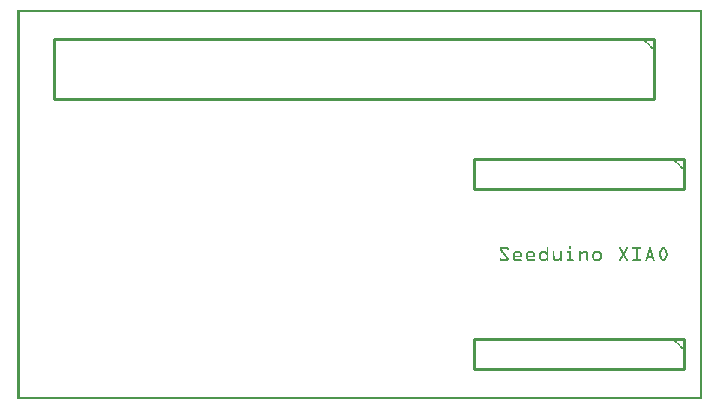
<source format=gto>
G04 MADE WITH FRITZING*
G04 WWW.FRITZING.ORG*
G04 DOUBLE SIDED*
G04 HOLES PLATED*
G04 CONTOUR ON CENTER OF CONTOUR VECTOR*
%ASAXBY*%
%FSLAX23Y23*%
%MOIN*%
%OFA0B0*%
%SFA1.0B1.0*%
%ADD10C,0.010000*%
%ADD11R,0.001000X0.001000*%
%LNSILK1*%
G90*
G70*
G54D10*
X2122Y1201D02*
X122Y1201D01*
D02*
X122Y1201D02*
X122Y1001D01*
D02*
X122Y1001D02*
X2122Y1001D01*
D02*
X2122Y1001D02*
X2122Y1201D01*
D02*
X2222Y801D02*
X1522Y801D01*
D02*
X1522Y801D02*
X1522Y701D01*
D02*
X1522Y701D02*
X2222Y701D01*
D02*
X2222Y701D02*
X2222Y801D01*
D02*
X2222Y201D02*
X1522Y201D01*
D02*
X1522Y201D02*
X1522Y101D01*
D02*
X1522Y101D02*
X2222Y101D01*
D02*
X2222Y101D02*
X2222Y201D01*
G54D11*
X1Y1299D02*
X2283Y1299D01*
X1Y1298D02*
X2283Y1298D01*
X1Y1297D02*
X2283Y1297D01*
X1Y1296D02*
X2283Y1296D01*
X1Y1295D02*
X2283Y1295D01*
X1Y1294D02*
X2283Y1294D01*
X1Y1293D02*
X2283Y1293D01*
X1Y1292D02*
X2283Y1292D01*
X1Y1291D02*
X8Y1291D01*
X2276Y1291D02*
X2283Y1291D01*
X1Y1290D02*
X8Y1290D01*
X2276Y1290D02*
X2283Y1290D01*
X1Y1289D02*
X8Y1289D01*
X2276Y1289D02*
X2283Y1289D01*
X1Y1288D02*
X8Y1288D01*
X2276Y1288D02*
X2283Y1288D01*
X1Y1287D02*
X8Y1287D01*
X2276Y1287D02*
X2283Y1287D01*
X1Y1286D02*
X8Y1286D01*
X2276Y1286D02*
X2283Y1286D01*
X1Y1285D02*
X8Y1285D01*
X2276Y1285D02*
X2283Y1285D01*
X1Y1284D02*
X8Y1284D01*
X2276Y1284D02*
X2283Y1284D01*
X1Y1283D02*
X8Y1283D01*
X2276Y1283D02*
X2283Y1283D01*
X1Y1282D02*
X8Y1282D01*
X2276Y1282D02*
X2283Y1282D01*
X1Y1281D02*
X8Y1281D01*
X2276Y1281D02*
X2283Y1281D01*
X1Y1280D02*
X8Y1280D01*
X2276Y1280D02*
X2283Y1280D01*
X1Y1279D02*
X8Y1279D01*
X2276Y1279D02*
X2283Y1279D01*
X1Y1278D02*
X8Y1278D01*
X2276Y1278D02*
X2283Y1278D01*
X1Y1277D02*
X8Y1277D01*
X2276Y1277D02*
X2283Y1277D01*
X1Y1276D02*
X8Y1276D01*
X2276Y1276D02*
X2283Y1276D01*
X1Y1275D02*
X8Y1275D01*
X2276Y1275D02*
X2283Y1275D01*
X1Y1274D02*
X8Y1274D01*
X2276Y1274D02*
X2283Y1274D01*
X1Y1273D02*
X8Y1273D01*
X2276Y1273D02*
X2283Y1273D01*
X1Y1272D02*
X8Y1272D01*
X2276Y1272D02*
X2283Y1272D01*
X1Y1271D02*
X8Y1271D01*
X2276Y1271D02*
X2283Y1271D01*
X1Y1270D02*
X8Y1270D01*
X2276Y1270D02*
X2283Y1270D01*
X1Y1269D02*
X8Y1269D01*
X2276Y1269D02*
X2283Y1269D01*
X1Y1268D02*
X8Y1268D01*
X2276Y1268D02*
X2283Y1268D01*
X1Y1267D02*
X8Y1267D01*
X2276Y1267D02*
X2283Y1267D01*
X1Y1266D02*
X8Y1266D01*
X2276Y1266D02*
X2283Y1266D01*
X1Y1265D02*
X8Y1265D01*
X2276Y1265D02*
X2283Y1265D01*
X1Y1264D02*
X8Y1264D01*
X2276Y1264D02*
X2283Y1264D01*
X1Y1263D02*
X8Y1263D01*
X2276Y1263D02*
X2283Y1263D01*
X1Y1262D02*
X8Y1262D01*
X2276Y1262D02*
X2283Y1262D01*
X1Y1261D02*
X8Y1261D01*
X2276Y1261D02*
X2283Y1261D01*
X1Y1260D02*
X8Y1260D01*
X2276Y1260D02*
X2283Y1260D01*
X1Y1259D02*
X8Y1259D01*
X2276Y1259D02*
X2283Y1259D01*
X1Y1258D02*
X8Y1258D01*
X2276Y1258D02*
X2283Y1258D01*
X1Y1257D02*
X8Y1257D01*
X2276Y1257D02*
X2283Y1257D01*
X1Y1256D02*
X8Y1256D01*
X2276Y1256D02*
X2283Y1256D01*
X1Y1255D02*
X8Y1255D01*
X2276Y1255D02*
X2283Y1255D01*
X1Y1254D02*
X8Y1254D01*
X2276Y1254D02*
X2283Y1254D01*
X1Y1253D02*
X8Y1253D01*
X2276Y1253D02*
X2283Y1253D01*
X1Y1252D02*
X8Y1252D01*
X2276Y1252D02*
X2283Y1252D01*
X1Y1251D02*
X8Y1251D01*
X2276Y1251D02*
X2283Y1251D01*
X1Y1250D02*
X8Y1250D01*
X2276Y1250D02*
X2283Y1250D01*
X1Y1249D02*
X8Y1249D01*
X2276Y1249D02*
X2283Y1249D01*
X1Y1248D02*
X8Y1248D01*
X2276Y1248D02*
X2283Y1248D01*
X1Y1247D02*
X8Y1247D01*
X2276Y1247D02*
X2283Y1247D01*
X1Y1246D02*
X8Y1246D01*
X2276Y1246D02*
X2283Y1246D01*
X1Y1245D02*
X8Y1245D01*
X2276Y1245D02*
X2283Y1245D01*
X1Y1244D02*
X8Y1244D01*
X2276Y1244D02*
X2283Y1244D01*
X1Y1243D02*
X8Y1243D01*
X2276Y1243D02*
X2283Y1243D01*
X1Y1242D02*
X8Y1242D01*
X2276Y1242D02*
X2283Y1242D01*
X1Y1241D02*
X8Y1241D01*
X2276Y1241D02*
X2283Y1241D01*
X1Y1240D02*
X8Y1240D01*
X2276Y1240D02*
X2283Y1240D01*
X1Y1239D02*
X8Y1239D01*
X2276Y1239D02*
X2283Y1239D01*
X1Y1238D02*
X8Y1238D01*
X2276Y1238D02*
X2283Y1238D01*
X1Y1237D02*
X8Y1237D01*
X2276Y1237D02*
X2283Y1237D01*
X1Y1236D02*
X8Y1236D01*
X2276Y1236D02*
X2283Y1236D01*
X1Y1235D02*
X8Y1235D01*
X2276Y1235D02*
X2283Y1235D01*
X1Y1234D02*
X8Y1234D01*
X2276Y1234D02*
X2283Y1234D01*
X1Y1233D02*
X8Y1233D01*
X2276Y1233D02*
X2283Y1233D01*
X1Y1232D02*
X8Y1232D01*
X2276Y1232D02*
X2283Y1232D01*
X1Y1231D02*
X8Y1231D01*
X2276Y1231D02*
X2283Y1231D01*
X1Y1230D02*
X8Y1230D01*
X2276Y1230D02*
X2283Y1230D01*
X1Y1229D02*
X8Y1229D01*
X2276Y1229D02*
X2283Y1229D01*
X1Y1228D02*
X8Y1228D01*
X2276Y1228D02*
X2283Y1228D01*
X1Y1227D02*
X8Y1227D01*
X2276Y1227D02*
X2283Y1227D01*
X1Y1226D02*
X8Y1226D01*
X2276Y1226D02*
X2283Y1226D01*
X1Y1225D02*
X8Y1225D01*
X2276Y1225D02*
X2283Y1225D01*
X1Y1224D02*
X8Y1224D01*
X2276Y1224D02*
X2283Y1224D01*
X1Y1223D02*
X8Y1223D01*
X2276Y1223D02*
X2283Y1223D01*
X1Y1222D02*
X8Y1222D01*
X2276Y1222D02*
X2283Y1222D01*
X1Y1221D02*
X8Y1221D01*
X2276Y1221D02*
X2283Y1221D01*
X1Y1220D02*
X8Y1220D01*
X2276Y1220D02*
X2283Y1220D01*
X1Y1219D02*
X8Y1219D01*
X2276Y1219D02*
X2283Y1219D01*
X1Y1218D02*
X8Y1218D01*
X2276Y1218D02*
X2283Y1218D01*
X1Y1217D02*
X8Y1217D01*
X2276Y1217D02*
X2283Y1217D01*
X1Y1216D02*
X8Y1216D01*
X2276Y1216D02*
X2283Y1216D01*
X1Y1215D02*
X8Y1215D01*
X2276Y1215D02*
X2283Y1215D01*
X1Y1214D02*
X8Y1214D01*
X2276Y1214D02*
X2283Y1214D01*
X1Y1213D02*
X8Y1213D01*
X2276Y1213D02*
X2283Y1213D01*
X1Y1212D02*
X8Y1212D01*
X2276Y1212D02*
X2283Y1212D01*
X1Y1211D02*
X8Y1211D01*
X2276Y1211D02*
X2283Y1211D01*
X1Y1210D02*
X8Y1210D01*
X2276Y1210D02*
X2283Y1210D01*
X1Y1209D02*
X8Y1209D01*
X2276Y1209D02*
X2283Y1209D01*
X1Y1208D02*
X8Y1208D01*
X2276Y1208D02*
X2283Y1208D01*
X1Y1207D02*
X8Y1207D01*
X2276Y1207D02*
X2283Y1207D01*
X1Y1206D02*
X8Y1206D01*
X2276Y1206D02*
X2283Y1206D01*
X1Y1205D02*
X8Y1205D01*
X2276Y1205D02*
X2283Y1205D01*
X1Y1204D02*
X8Y1204D01*
X2276Y1204D02*
X2283Y1204D01*
X1Y1203D02*
X8Y1203D01*
X2276Y1203D02*
X2283Y1203D01*
X1Y1202D02*
X8Y1202D01*
X2089Y1202D02*
X2089Y1202D01*
X2276Y1202D02*
X2283Y1202D01*
X1Y1201D02*
X8Y1201D01*
X2088Y1201D02*
X2090Y1201D01*
X2276Y1201D02*
X2283Y1201D01*
X1Y1200D02*
X8Y1200D01*
X2087Y1200D02*
X2091Y1200D01*
X2276Y1200D02*
X2283Y1200D01*
X1Y1199D02*
X8Y1199D01*
X2086Y1199D02*
X2092Y1199D01*
X2276Y1199D02*
X2283Y1199D01*
X1Y1198D02*
X8Y1198D01*
X2087Y1198D02*
X2093Y1198D01*
X2276Y1198D02*
X2283Y1198D01*
X1Y1197D02*
X8Y1197D01*
X2088Y1197D02*
X2094Y1197D01*
X2276Y1197D02*
X2283Y1197D01*
X1Y1196D02*
X8Y1196D01*
X2089Y1196D02*
X2095Y1196D01*
X2276Y1196D02*
X2283Y1196D01*
X1Y1195D02*
X8Y1195D01*
X2090Y1195D02*
X2096Y1195D01*
X2276Y1195D02*
X2283Y1195D01*
X1Y1194D02*
X8Y1194D01*
X2091Y1194D02*
X2097Y1194D01*
X2276Y1194D02*
X2283Y1194D01*
X1Y1193D02*
X8Y1193D01*
X2092Y1193D02*
X2098Y1193D01*
X2276Y1193D02*
X2283Y1193D01*
X1Y1192D02*
X8Y1192D01*
X2093Y1192D02*
X2099Y1192D01*
X2276Y1192D02*
X2283Y1192D01*
X1Y1191D02*
X8Y1191D01*
X2094Y1191D02*
X2100Y1191D01*
X2276Y1191D02*
X2283Y1191D01*
X1Y1190D02*
X8Y1190D01*
X2095Y1190D02*
X2101Y1190D01*
X2276Y1190D02*
X2283Y1190D01*
X1Y1189D02*
X8Y1189D01*
X2096Y1189D02*
X2102Y1189D01*
X2276Y1189D02*
X2283Y1189D01*
X1Y1188D02*
X8Y1188D01*
X2097Y1188D02*
X2103Y1188D01*
X2276Y1188D02*
X2283Y1188D01*
X1Y1187D02*
X8Y1187D01*
X2098Y1187D02*
X2104Y1187D01*
X2276Y1187D02*
X2283Y1187D01*
X1Y1186D02*
X8Y1186D01*
X2099Y1186D02*
X2105Y1186D01*
X2276Y1186D02*
X2283Y1186D01*
X1Y1185D02*
X8Y1185D01*
X2101Y1185D02*
X2106Y1185D01*
X2276Y1185D02*
X2283Y1185D01*
X1Y1184D02*
X8Y1184D01*
X2102Y1184D02*
X2107Y1184D01*
X2276Y1184D02*
X2283Y1184D01*
X1Y1183D02*
X8Y1183D01*
X2103Y1183D02*
X2108Y1183D01*
X2276Y1183D02*
X2283Y1183D01*
X1Y1182D02*
X8Y1182D01*
X2104Y1182D02*
X2109Y1182D01*
X2276Y1182D02*
X2283Y1182D01*
X1Y1181D02*
X8Y1181D01*
X2105Y1181D02*
X2110Y1181D01*
X2276Y1181D02*
X2283Y1181D01*
X1Y1180D02*
X8Y1180D01*
X2106Y1180D02*
X2111Y1180D01*
X2276Y1180D02*
X2283Y1180D01*
X1Y1179D02*
X8Y1179D01*
X2107Y1179D02*
X2112Y1179D01*
X2276Y1179D02*
X2283Y1179D01*
X1Y1178D02*
X8Y1178D01*
X2107Y1178D02*
X2113Y1178D01*
X2276Y1178D02*
X2283Y1178D01*
X1Y1177D02*
X8Y1177D01*
X2108Y1177D02*
X2114Y1177D01*
X2276Y1177D02*
X2283Y1177D01*
X1Y1176D02*
X8Y1176D01*
X2109Y1176D02*
X2115Y1176D01*
X2276Y1176D02*
X2283Y1176D01*
X1Y1175D02*
X8Y1175D01*
X2110Y1175D02*
X2116Y1175D01*
X2276Y1175D02*
X2283Y1175D01*
X1Y1174D02*
X8Y1174D01*
X2111Y1174D02*
X2117Y1174D01*
X2276Y1174D02*
X2283Y1174D01*
X1Y1173D02*
X8Y1173D01*
X2112Y1173D02*
X2118Y1173D01*
X2276Y1173D02*
X2283Y1173D01*
X1Y1172D02*
X8Y1172D01*
X2113Y1172D02*
X2119Y1172D01*
X2276Y1172D02*
X2283Y1172D01*
X1Y1171D02*
X8Y1171D01*
X2114Y1171D02*
X2120Y1171D01*
X2276Y1171D02*
X2283Y1171D01*
X1Y1170D02*
X8Y1170D01*
X2115Y1170D02*
X2121Y1170D01*
X2276Y1170D02*
X2283Y1170D01*
X1Y1169D02*
X8Y1169D01*
X2116Y1169D02*
X2122Y1169D01*
X2276Y1169D02*
X2283Y1169D01*
X1Y1168D02*
X8Y1168D01*
X2117Y1168D02*
X2123Y1168D01*
X2276Y1168D02*
X2283Y1168D01*
X1Y1167D02*
X8Y1167D01*
X2118Y1167D02*
X2123Y1167D01*
X2276Y1167D02*
X2283Y1167D01*
X1Y1166D02*
X8Y1166D01*
X2119Y1166D02*
X2122Y1166D01*
X2276Y1166D02*
X2283Y1166D01*
X1Y1165D02*
X8Y1165D01*
X2120Y1165D02*
X2121Y1165D01*
X2276Y1165D02*
X2283Y1165D01*
X1Y1164D02*
X8Y1164D01*
X2276Y1164D02*
X2283Y1164D01*
X1Y1163D02*
X8Y1163D01*
X2276Y1163D02*
X2283Y1163D01*
X1Y1162D02*
X8Y1162D01*
X2276Y1162D02*
X2283Y1162D01*
X1Y1161D02*
X8Y1161D01*
X2276Y1161D02*
X2283Y1161D01*
X1Y1160D02*
X8Y1160D01*
X2276Y1160D02*
X2283Y1160D01*
X1Y1159D02*
X8Y1159D01*
X2276Y1159D02*
X2283Y1159D01*
X1Y1158D02*
X8Y1158D01*
X2276Y1158D02*
X2283Y1158D01*
X1Y1157D02*
X8Y1157D01*
X2276Y1157D02*
X2283Y1157D01*
X1Y1156D02*
X8Y1156D01*
X2276Y1156D02*
X2283Y1156D01*
X1Y1155D02*
X8Y1155D01*
X2276Y1155D02*
X2283Y1155D01*
X1Y1154D02*
X8Y1154D01*
X2276Y1154D02*
X2283Y1154D01*
X1Y1153D02*
X8Y1153D01*
X2276Y1153D02*
X2283Y1153D01*
X1Y1152D02*
X8Y1152D01*
X2276Y1152D02*
X2283Y1152D01*
X1Y1151D02*
X8Y1151D01*
X2276Y1151D02*
X2283Y1151D01*
X1Y1150D02*
X8Y1150D01*
X2276Y1150D02*
X2283Y1150D01*
X1Y1149D02*
X8Y1149D01*
X2276Y1149D02*
X2283Y1149D01*
X1Y1148D02*
X8Y1148D01*
X2276Y1148D02*
X2283Y1148D01*
X1Y1147D02*
X8Y1147D01*
X2276Y1147D02*
X2283Y1147D01*
X1Y1146D02*
X8Y1146D01*
X2276Y1146D02*
X2283Y1146D01*
X1Y1145D02*
X8Y1145D01*
X2276Y1145D02*
X2283Y1145D01*
X1Y1144D02*
X8Y1144D01*
X2276Y1144D02*
X2283Y1144D01*
X1Y1143D02*
X8Y1143D01*
X2276Y1143D02*
X2283Y1143D01*
X1Y1142D02*
X8Y1142D01*
X2276Y1142D02*
X2283Y1142D01*
X1Y1141D02*
X8Y1141D01*
X2276Y1141D02*
X2283Y1141D01*
X1Y1140D02*
X8Y1140D01*
X2276Y1140D02*
X2283Y1140D01*
X1Y1139D02*
X8Y1139D01*
X2276Y1139D02*
X2283Y1139D01*
X1Y1138D02*
X8Y1138D01*
X2276Y1138D02*
X2283Y1138D01*
X1Y1137D02*
X8Y1137D01*
X2276Y1137D02*
X2283Y1137D01*
X1Y1136D02*
X8Y1136D01*
X2276Y1136D02*
X2283Y1136D01*
X1Y1135D02*
X8Y1135D01*
X2276Y1135D02*
X2283Y1135D01*
X1Y1134D02*
X8Y1134D01*
X2276Y1134D02*
X2283Y1134D01*
X1Y1133D02*
X8Y1133D01*
X2276Y1133D02*
X2283Y1133D01*
X1Y1132D02*
X8Y1132D01*
X2276Y1132D02*
X2283Y1132D01*
X1Y1131D02*
X8Y1131D01*
X2276Y1131D02*
X2283Y1131D01*
X1Y1130D02*
X8Y1130D01*
X2276Y1130D02*
X2283Y1130D01*
X1Y1129D02*
X8Y1129D01*
X2276Y1129D02*
X2283Y1129D01*
X1Y1128D02*
X8Y1128D01*
X2276Y1128D02*
X2283Y1128D01*
X1Y1127D02*
X8Y1127D01*
X2276Y1127D02*
X2283Y1127D01*
X1Y1126D02*
X8Y1126D01*
X2276Y1126D02*
X2283Y1126D01*
X1Y1125D02*
X8Y1125D01*
X2276Y1125D02*
X2283Y1125D01*
X1Y1124D02*
X8Y1124D01*
X2276Y1124D02*
X2283Y1124D01*
X1Y1123D02*
X8Y1123D01*
X2276Y1123D02*
X2283Y1123D01*
X1Y1122D02*
X8Y1122D01*
X2276Y1122D02*
X2283Y1122D01*
X1Y1121D02*
X8Y1121D01*
X2276Y1121D02*
X2283Y1121D01*
X1Y1120D02*
X8Y1120D01*
X2276Y1120D02*
X2283Y1120D01*
X1Y1119D02*
X8Y1119D01*
X2276Y1119D02*
X2283Y1119D01*
X1Y1118D02*
X8Y1118D01*
X2276Y1118D02*
X2283Y1118D01*
X1Y1117D02*
X8Y1117D01*
X2276Y1117D02*
X2283Y1117D01*
X1Y1116D02*
X8Y1116D01*
X2276Y1116D02*
X2283Y1116D01*
X1Y1115D02*
X8Y1115D01*
X2276Y1115D02*
X2283Y1115D01*
X1Y1114D02*
X8Y1114D01*
X2276Y1114D02*
X2283Y1114D01*
X1Y1113D02*
X8Y1113D01*
X2276Y1113D02*
X2283Y1113D01*
X1Y1112D02*
X8Y1112D01*
X2276Y1112D02*
X2283Y1112D01*
X1Y1111D02*
X8Y1111D01*
X2276Y1111D02*
X2283Y1111D01*
X1Y1110D02*
X8Y1110D01*
X2276Y1110D02*
X2283Y1110D01*
X1Y1109D02*
X8Y1109D01*
X2276Y1109D02*
X2283Y1109D01*
X1Y1108D02*
X8Y1108D01*
X2276Y1108D02*
X2283Y1108D01*
X1Y1107D02*
X8Y1107D01*
X2276Y1107D02*
X2283Y1107D01*
X1Y1106D02*
X8Y1106D01*
X2276Y1106D02*
X2283Y1106D01*
X1Y1105D02*
X8Y1105D01*
X2276Y1105D02*
X2283Y1105D01*
X1Y1104D02*
X8Y1104D01*
X2276Y1104D02*
X2283Y1104D01*
X1Y1103D02*
X8Y1103D01*
X2276Y1103D02*
X2283Y1103D01*
X1Y1102D02*
X8Y1102D01*
X2276Y1102D02*
X2283Y1102D01*
X1Y1101D02*
X8Y1101D01*
X2276Y1101D02*
X2283Y1101D01*
X1Y1100D02*
X8Y1100D01*
X2276Y1100D02*
X2283Y1100D01*
X1Y1099D02*
X8Y1099D01*
X2276Y1099D02*
X2283Y1099D01*
X1Y1098D02*
X8Y1098D01*
X2276Y1098D02*
X2283Y1098D01*
X1Y1097D02*
X8Y1097D01*
X2276Y1097D02*
X2283Y1097D01*
X1Y1096D02*
X8Y1096D01*
X2276Y1096D02*
X2283Y1096D01*
X1Y1095D02*
X8Y1095D01*
X2276Y1095D02*
X2283Y1095D01*
X1Y1094D02*
X8Y1094D01*
X2276Y1094D02*
X2283Y1094D01*
X1Y1093D02*
X8Y1093D01*
X2276Y1093D02*
X2283Y1093D01*
X1Y1092D02*
X8Y1092D01*
X2276Y1092D02*
X2283Y1092D01*
X1Y1091D02*
X8Y1091D01*
X2276Y1091D02*
X2283Y1091D01*
X1Y1090D02*
X8Y1090D01*
X2276Y1090D02*
X2283Y1090D01*
X1Y1089D02*
X8Y1089D01*
X2276Y1089D02*
X2283Y1089D01*
X1Y1088D02*
X8Y1088D01*
X2276Y1088D02*
X2283Y1088D01*
X1Y1087D02*
X8Y1087D01*
X2276Y1087D02*
X2283Y1087D01*
X1Y1086D02*
X8Y1086D01*
X2276Y1086D02*
X2283Y1086D01*
X1Y1085D02*
X8Y1085D01*
X2276Y1085D02*
X2283Y1085D01*
X1Y1084D02*
X8Y1084D01*
X2276Y1084D02*
X2283Y1084D01*
X1Y1083D02*
X8Y1083D01*
X2276Y1083D02*
X2283Y1083D01*
X1Y1082D02*
X8Y1082D01*
X2276Y1082D02*
X2283Y1082D01*
X1Y1081D02*
X8Y1081D01*
X2276Y1081D02*
X2283Y1081D01*
X1Y1080D02*
X8Y1080D01*
X2276Y1080D02*
X2283Y1080D01*
X1Y1079D02*
X8Y1079D01*
X2276Y1079D02*
X2283Y1079D01*
X1Y1078D02*
X8Y1078D01*
X2276Y1078D02*
X2283Y1078D01*
X1Y1077D02*
X8Y1077D01*
X2276Y1077D02*
X2283Y1077D01*
X1Y1076D02*
X8Y1076D01*
X2276Y1076D02*
X2283Y1076D01*
X1Y1075D02*
X8Y1075D01*
X2276Y1075D02*
X2283Y1075D01*
X1Y1074D02*
X8Y1074D01*
X2276Y1074D02*
X2283Y1074D01*
X1Y1073D02*
X8Y1073D01*
X2276Y1073D02*
X2283Y1073D01*
X1Y1072D02*
X8Y1072D01*
X2276Y1072D02*
X2283Y1072D01*
X1Y1071D02*
X8Y1071D01*
X2276Y1071D02*
X2283Y1071D01*
X1Y1070D02*
X8Y1070D01*
X2276Y1070D02*
X2283Y1070D01*
X1Y1069D02*
X8Y1069D01*
X2276Y1069D02*
X2283Y1069D01*
X1Y1068D02*
X8Y1068D01*
X2276Y1068D02*
X2283Y1068D01*
X1Y1067D02*
X8Y1067D01*
X2276Y1067D02*
X2283Y1067D01*
X1Y1066D02*
X8Y1066D01*
X2276Y1066D02*
X2283Y1066D01*
X1Y1065D02*
X8Y1065D01*
X2276Y1065D02*
X2283Y1065D01*
X1Y1064D02*
X8Y1064D01*
X2276Y1064D02*
X2283Y1064D01*
X1Y1063D02*
X8Y1063D01*
X2276Y1063D02*
X2283Y1063D01*
X1Y1062D02*
X8Y1062D01*
X2276Y1062D02*
X2283Y1062D01*
X1Y1061D02*
X8Y1061D01*
X2276Y1061D02*
X2283Y1061D01*
X1Y1060D02*
X8Y1060D01*
X2276Y1060D02*
X2283Y1060D01*
X1Y1059D02*
X8Y1059D01*
X2276Y1059D02*
X2283Y1059D01*
X1Y1058D02*
X8Y1058D01*
X2276Y1058D02*
X2283Y1058D01*
X1Y1057D02*
X8Y1057D01*
X2276Y1057D02*
X2283Y1057D01*
X1Y1056D02*
X8Y1056D01*
X2276Y1056D02*
X2283Y1056D01*
X1Y1055D02*
X8Y1055D01*
X2276Y1055D02*
X2283Y1055D01*
X1Y1054D02*
X8Y1054D01*
X2276Y1054D02*
X2283Y1054D01*
X1Y1053D02*
X8Y1053D01*
X2276Y1053D02*
X2283Y1053D01*
X1Y1052D02*
X8Y1052D01*
X2276Y1052D02*
X2283Y1052D01*
X1Y1051D02*
X8Y1051D01*
X2276Y1051D02*
X2283Y1051D01*
X1Y1050D02*
X8Y1050D01*
X2276Y1050D02*
X2283Y1050D01*
X1Y1049D02*
X8Y1049D01*
X2276Y1049D02*
X2283Y1049D01*
X1Y1048D02*
X8Y1048D01*
X2276Y1048D02*
X2283Y1048D01*
X1Y1047D02*
X8Y1047D01*
X2276Y1047D02*
X2283Y1047D01*
X1Y1046D02*
X8Y1046D01*
X2276Y1046D02*
X2283Y1046D01*
X1Y1045D02*
X8Y1045D01*
X2276Y1045D02*
X2283Y1045D01*
X1Y1044D02*
X8Y1044D01*
X2276Y1044D02*
X2283Y1044D01*
X1Y1043D02*
X8Y1043D01*
X2276Y1043D02*
X2283Y1043D01*
X1Y1042D02*
X8Y1042D01*
X2276Y1042D02*
X2283Y1042D01*
X1Y1041D02*
X8Y1041D01*
X2276Y1041D02*
X2283Y1041D01*
X1Y1040D02*
X8Y1040D01*
X2276Y1040D02*
X2283Y1040D01*
X1Y1039D02*
X8Y1039D01*
X2276Y1039D02*
X2283Y1039D01*
X1Y1038D02*
X8Y1038D01*
X2276Y1038D02*
X2283Y1038D01*
X1Y1037D02*
X8Y1037D01*
X2276Y1037D02*
X2283Y1037D01*
X1Y1036D02*
X8Y1036D01*
X2276Y1036D02*
X2283Y1036D01*
X1Y1035D02*
X8Y1035D01*
X2276Y1035D02*
X2283Y1035D01*
X1Y1034D02*
X8Y1034D01*
X2276Y1034D02*
X2283Y1034D01*
X1Y1033D02*
X8Y1033D01*
X2276Y1033D02*
X2283Y1033D01*
X1Y1032D02*
X8Y1032D01*
X2276Y1032D02*
X2283Y1032D01*
X1Y1031D02*
X8Y1031D01*
X2276Y1031D02*
X2283Y1031D01*
X1Y1030D02*
X8Y1030D01*
X2276Y1030D02*
X2283Y1030D01*
X1Y1029D02*
X8Y1029D01*
X2276Y1029D02*
X2283Y1029D01*
X1Y1028D02*
X8Y1028D01*
X2276Y1028D02*
X2283Y1028D01*
X1Y1027D02*
X8Y1027D01*
X2276Y1027D02*
X2283Y1027D01*
X1Y1026D02*
X8Y1026D01*
X2276Y1026D02*
X2283Y1026D01*
X1Y1025D02*
X8Y1025D01*
X2276Y1025D02*
X2283Y1025D01*
X1Y1024D02*
X8Y1024D01*
X2276Y1024D02*
X2283Y1024D01*
X1Y1023D02*
X8Y1023D01*
X2276Y1023D02*
X2283Y1023D01*
X1Y1022D02*
X8Y1022D01*
X2276Y1022D02*
X2283Y1022D01*
X1Y1021D02*
X8Y1021D01*
X2276Y1021D02*
X2283Y1021D01*
X1Y1020D02*
X8Y1020D01*
X2276Y1020D02*
X2283Y1020D01*
X1Y1019D02*
X8Y1019D01*
X2276Y1019D02*
X2283Y1019D01*
X1Y1018D02*
X8Y1018D01*
X2276Y1018D02*
X2283Y1018D01*
X1Y1017D02*
X8Y1017D01*
X2276Y1017D02*
X2283Y1017D01*
X1Y1016D02*
X8Y1016D01*
X2276Y1016D02*
X2283Y1016D01*
X1Y1015D02*
X8Y1015D01*
X2276Y1015D02*
X2283Y1015D01*
X1Y1014D02*
X8Y1014D01*
X2276Y1014D02*
X2283Y1014D01*
X1Y1013D02*
X8Y1013D01*
X2276Y1013D02*
X2283Y1013D01*
X1Y1012D02*
X8Y1012D01*
X2276Y1012D02*
X2283Y1012D01*
X1Y1011D02*
X8Y1011D01*
X2276Y1011D02*
X2283Y1011D01*
X1Y1010D02*
X8Y1010D01*
X2276Y1010D02*
X2283Y1010D01*
X1Y1009D02*
X8Y1009D01*
X2276Y1009D02*
X2283Y1009D01*
X1Y1008D02*
X8Y1008D01*
X2276Y1008D02*
X2283Y1008D01*
X1Y1007D02*
X8Y1007D01*
X2276Y1007D02*
X2283Y1007D01*
X1Y1006D02*
X8Y1006D01*
X2276Y1006D02*
X2283Y1006D01*
X1Y1005D02*
X8Y1005D01*
X2276Y1005D02*
X2283Y1005D01*
X1Y1004D02*
X8Y1004D01*
X2276Y1004D02*
X2283Y1004D01*
X1Y1003D02*
X8Y1003D01*
X2276Y1003D02*
X2283Y1003D01*
X1Y1002D02*
X8Y1002D01*
X2276Y1002D02*
X2283Y1002D01*
X1Y1001D02*
X8Y1001D01*
X2276Y1001D02*
X2283Y1001D01*
X1Y1000D02*
X8Y1000D01*
X2276Y1000D02*
X2283Y1000D01*
X1Y999D02*
X8Y999D01*
X2276Y999D02*
X2283Y999D01*
X1Y998D02*
X8Y998D01*
X2276Y998D02*
X2283Y998D01*
X1Y997D02*
X8Y997D01*
X2276Y997D02*
X2283Y997D01*
X1Y996D02*
X8Y996D01*
X2276Y996D02*
X2283Y996D01*
X1Y995D02*
X8Y995D01*
X2276Y995D02*
X2283Y995D01*
X1Y994D02*
X8Y994D01*
X2276Y994D02*
X2283Y994D01*
X1Y993D02*
X8Y993D01*
X2276Y993D02*
X2283Y993D01*
X1Y992D02*
X8Y992D01*
X2276Y992D02*
X2283Y992D01*
X1Y991D02*
X8Y991D01*
X2276Y991D02*
X2283Y991D01*
X1Y990D02*
X8Y990D01*
X2276Y990D02*
X2283Y990D01*
X1Y989D02*
X8Y989D01*
X2276Y989D02*
X2283Y989D01*
X1Y988D02*
X8Y988D01*
X2276Y988D02*
X2283Y988D01*
X1Y987D02*
X8Y987D01*
X2276Y987D02*
X2283Y987D01*
X1Y986D02*
X8Y986D01*
X2276Y986D02*
X2283Y986D01*
X1Y985D02*
X8Y985D01*
X2276Y985D02*
X2283Y985D01*
X1Y984D02*
X8Y984D01*
X2276Y984D02*
X2283Y984D01*
X1Y983D02*
X8Y983D01*
X2276Y983D02*
X2283Y983D01*
X1Y982D02*
X8Y982D01*
X2276Y982D02*
X2283Y982D01*
X1Y981D02*
X8Y981D01*
X2276Y981D02*
X2283Y981D01*
X1Y980D02*
X8Y980D01*
X2276Y980D02*
X2283Y980D01*
X1Y979D02*
X8Y979D01*
X2276Y979D02*
X2283Y979D01*
X1Y978D02*
X8Y978D01*
X2276Y978D02*
X2283Y978D01*
X1Y977D02*
X8Y977D01*
X2276Y977D02*
X2283Y977D01*
X1Y976D02*
X8Y976D01*
X2276Y976D02*
X2283Y976D01*
X1Y975D02*
X8Y975D01*
X2276Y975D02*
X2283Y975D01*
X1Y974D02*
X8Y974D01*
X2276Y974D02*
X2283Y974D01*
X1Y973D02*
X8Y973D01*
X2276Y973D02*
X2283Y973D01*
X1Y972D02*
X8Y972D01*
X2276Y972D02*
X2283Y972D01*
X1Y971D02*
X8Y971D01*
X2276Y971D02*
X2283Y971D01*
X1Y970D02*
X8Y970D01*
X2276Y970D02*
X2283Y970D01*
X1Y969D02*
X8Y969D01*
X2276Y969D02*
X2283Y969D01*
X1Y968D02*
X8Y968D01*
X2276Y968D02*
X2283Y968D01*
X1Y967D02*
X8Y967D01*
X2276Y967D02*
X2283Y967D01*
X1Y966D02*
X8Y966D01*
X2276Y966D02*
X2283Y966D01*
X1Y965D02*
X8Y965D01*
X2276Y965D02*
X2283Y965D01*
X1Y964D02*
X8Y964D01*
X2276Y964D02*
X2283Y964D01*
X1Y963D02*
X8Y963D01*
X2276Y963D02*
X2283Y963D01*
X1Y962D02*
X8Y962D01*
X2276Y962D02*
X2283Y962D01*
X1Y961D02*
X8Y961D01*
X2276Y961D02*
X2283Y961D01*
X1Y960D02*
X8Y960D01*
X2276Y960D02*
X2283Y960D01*
X1Y959D02*
X8Y959D01*
X2276Y959D02*
X2283Y959D01*
X1Y958D02*
X8Y958D01*
X2276Y958D02*
X2283Y958D01*
X1Y957D02*
X8Y957D01*
X2276Y957D02*
X2283Y957D01*
X1Y956D02*
X8Y956D01*
X2276Y956D02*
X2283Y956D01*
X1Y955D02*
X8Y955D01*
X2276Y955D02*
X2283Y955D01*
X1Y954D02*
X8Y954D01*
X2276Y954D02*
X2283Y954D01*
X1Y953D02*
X8Y953D01*
X2276Y953D02*
X2283Y953D01*
X1Y952D02*
X8Y952D01*
X2276Y952D02*
X2283Y952D01*
X1Y951D02*
X8Y951D01*
X2276Y951D02*
X2283Y951D01*
X1Y950D02*
X8Y950D01*
X2276Y950D02*
X2283Y950D01*
X1Y949D02*
X8Y949D01*
X2276Y949D02*
X2283Y949D01*
X1Y948D02*
X8Y948D01*
X2276Y948D02*
X2283Y948D01*
X1Y947D02*
X8Y947D01*
X2276Y947D02*
X2283Y947D01*
X1Y946D02*
X8Y946D01*
X2276Y946D02*
X2283Y946D01*
X1Y945D02*
X8Y945D01*
X2276Y945D02*
X2283Y945D01*
X1Y944D02*
X8Y944D01*
X2276Y944D02*
X2283Y944D01*
X1Y943D02*
X8Y943D01*
X2276Y943D02*
X2283Y943D01*
X1Y942D02*
X8Y942D01*
X2276Y942D02*
X2283Y942D01*
X1Y941D02*
X8Y941D01*
X2276Y941D02*
X2283Y941D01*
X1Y940D02*
X8Y940D01*
X2276Y940D02*
X2283Y940D01*
X1Y939D02*
X8Y939D01*
X2276Y939D02*
X2283Y939D01*
X1Y938D02*
X8Y938D01*
X2276Y938D02*
X2283Y938D01*
X1Y937D02*
X8Y937D01*
X2276Y937D02*
X2283Y937D01*
X1Y936D02*
X8Y936D01*
X2276Y936D02*
X2283Y936D01*
X1Y935D02*
X8Y935D01*
X2276Y935D02*
X2283Y935D01*
X1Y934D02*
X8Y934D01*
X2276Y934D02*
X2283Y934D01*
X1Y933D02*
X8Y933D01*
X2276Y933D02*
X2283Y933D01*
X1Y932D02*
X8Y932D01*
X2276Y932D02*
X2283Y932D01*
X1Y931D02*
X8Y931D01*
X2276Y931D02*
X2283Y931D01*
X1Y930D02*
X8Y930D01*
X2276Y930D02*
X2283Y930D01*
X1Y929D02*
X8Y929D01*
X2276Y929D02*
X2283Y929D01*
X1Y928D02*
X8Y928D01*
X2276Y928D02*
X2283Y928D01*
X1Y927D02*
X8Y927D01*
X2276Y927D02*
X2283Y927D01*
X1Y926D02*
X8Y926D01*
X2276Y926D02*
X2283Y926D01*
X1Y925D02*
X8Y925D01*
X2276Y925D02*
X2283Y925D01*
X1Y924D02*
X8Y924D01*
X2276Y924D02*
X2283Y924D01*
X1Y923D02*
X8Y923D01*
X2276Y923D02*
X2283Y923D01*
X1Y922D02*
X8Y922D01*
X2276Y922D02*
X2283Y922D01*
X1Y921D02*
X8Y921D01*
X2276Y921D02*
X2283Y921D01*
X1Y920D02*
X8Y920D01*
X2276Y920D02*
X2283Y920D01*
X1Y919D02*
X8Y919D01*
X2276Y919D02*
X2283Y919D01*
X1Y918D02*
X8Y918D01*
X2276Y918D02*
X2283Y918D01*
X1Y917D02*
X8Y917D01*
X2276Y917D02*
X2283Y917D01*
X1Y916D02*
X8Y916D01*
X2276Y916D02*
X2283Y916D01*
X1Y915D02*
X8Y915D01*
X2276Y915D02*
X2283Y915D01*
X1Y914D02*
X8Y914D01*
X2276Y914D02*
X2283Y914D01*
X1Y913D02*
X8Y913D01*
X2276Y913D02*
X2283Y913D01*
X1Y912D02*
X8Y912D01*
X2276Y912D02*
X2283Y912D01*
X1Y911D02*
X8Y911D01*
X2276Y911D02*
X2283Y911D01*
X1Y910D02*
X8Y910D01*
X2276Y910D02*
X2283Y910D01*
X1Y909D02*
X8Y909D01*
X2276Y909D02*
X2283Y909D01*
X1Y908D02*
X8Y908D01*
X2276Y908D02*
X2283Y908D01*
X1Y907D02*
X8Y907D01*
X2276Y907D02*
X2283Y907D01*
X1Y906D02*
X8Y906D01*
X2276Y906D02*
X2283Y906D01*
X1Y905D02*
X8Y905D01*
X2276Y905D02*
X2283Y905D01*
X1Y904D02*
X8Y904D01*
X2276Y904D02*
X2283Y904D01*
X1Y903D02*
X8Y903D01*
X2276Y903D02*
X2283Y903D01*
X1Y902D02*
X8Y902D01*
X2276Y902D02*
X2283Y902D01*
X1Y901D02*
X8Y901D01*
X2276Y901D02*
X2283Y901D01*
X1Y900D02*
X8Y900D01*
X2276Y900D02*
X2283Y900D01*
X1Y899D02*
X8Y899D01*
X2276Y899D02*
X2283Y899D01*
X1Y898D02*
X8Y898D01*
X2276Y898D02*
X2283Y898D01*
X1Y897D02*
X8Y897D01*
X2276Y897D02*
X2283Y897D01*
X1Y896D02*
X8Y896D01*
X2276Y896D02*
X2283Y896D01*
X1Y895D02*
X8Y895D01*
X2276Y895D02*
X2283Y895D01*
X1Y894D02*
X8Y894D01*
X2276Y894D02*
X2283Y894D01*
X1Y893D02*
X8Y893D01*
X2276Y893D02*
X2283Y893D01*
X1Y892D02*
X8Y892D01*
X2276Y892D02*
X2283Y892D01*
X1Y891D02*
X8Y891D01*
X2276Y891D02*
X2283Y891D01*
X1Y890D02*
X8Y890D01*
X2276Y890D02*
X2283Y890D01*
X1Y889D02*
X8Y889D01*
X2276Y889D02*
X2283Y889D01*
X1Y888D02*
X8Y888D01*
X2276Y888D02*
X2283Y888D01*
X1Y887D02*
X8Y887D01*
X2276Y887D02*
X2283Y887D01*
X1Y886D02*
X8Y886D01*
X2276Y886D02*
X2283Y886D01*
X1Y885D02*
X8Y885D01*
X2276Y885D02*
X2283Y885D01*
X1Y884D02*
X8Y884D01*
X2276Y884D02*
X2283Y884D01*
X1Y883D02*
X8Y883D01*
X2276Y883D02*
X2283Y883D01*
X1Y882D02*
X8Y882D01*
X2276Y882D02*
X2283Y882D01*
X1Y881D02*
X8Y881D01*
X2276Y881D02*
X2283Y881D01*
X1Y880D02*
X8Y880D01*
X2276Y880D02*
X2283Y880D01*
X1Y879D02*
X8Y879D01*
X2276Y879D02*
X2283Y879D01*
X1Y878D02*
X8Y878D01*
X2276Y878D02*
X2283Y878D01*
X1Y877D02*
X8Y877D01*
X2276Y877D02*
X2283Y877D01*
X1Y876D02*
X8Y876D01*
X2276Y876D02*
X2283Y876D01*
X1Y875D02*
X8Y875D01*
X2276Y875D02*
X2283Y875D01*
X1Y874D02*
X8Y874D01*
X2276Y874D02*
X2283Y874D01*
X1Y873D02*
X8Y873D01*
X2276Y873D02*
X2283Y873D01*
X1Y872D02*
X8Y872D01*
X2276Y872D02*
X2283Y872D01*
X1Y871D02*
X8Y871D01*
X2276Y871D02*
X2283Y871D01*
X1Y870D02*
X8Y870D01*
X2276Y870D02*
X2283Y870D01*
X1Y869D02*
X8Y869D01*
X2276Y869D02*
X2283Y869D01*
X1Y868D02*
X8Y868D01*
X2276Y868D02*
X2283Y868D01*
X1Y867D02*
X8Y867D01*
X2276Y867D02*
X2283Y867D01*
X1Y866D02*
X8Y866D01*
X2276Y866D02*
X2283Y866D01*
X1Y865D02*
X8Y865D01*
X2276Y865D02*
X2283Y865D01*
X1Y864D02*
X8Y864D01*
X2276Y864D02*
X2283Y864D01*
X1Y863D02*
X8Y863D01*
X2276Y863D02*
X2283Y863D01*
X1Y862D02*
X8Y862D01*
X2276Y862D02*
X2283Y862D01*
X1Y861D02*
X8Y861D01*
X2276Y861D02*
X2283Y861D01*
X1Y860D02*
X8Y860D01*
X2276Y860D02*
X2283Y860D01*
X1Y859D02*
X8Y859D01*
X2276Y859D02*
X2283Y859D01*
X1Y858D02*
X8Y858D01*
X2276Y858D02*
X2283Y858D01*
X1Y857D02*
X8Y857D01*
X2276Y857D02*
X2283Y857D01*
X1Y856D02*
X8Y856D01*
X2276Y856D02*
X2283Y856D01*
X1Y855D02*
X8Y855D01*
X2276Y855D02*
X2283Y855D01*
X1Y854D02*
X8Y854D01*
X2276Y854D02*
X2283Y854D01*
X1Y853D02*
X8Y853D01*
X2276Y853D02*
X2283Y853D01*
X1Y852D02*
X8Y852D01*
X2276Y852D02*
X2283Y852D01*
X1Y851D02*
X8Y851D01*
X2276Y851D02*
X2283Y851D01*
X1Y850D02*
X8Y850D01*
X2276Y850D02*
X2283Y850D01*
X1Y849D02*
X8Y849D01*
X2276Y849D02*
X2283Y849D01*
X1Y848D02*
X8Y848D01*
X2276Y848D02*
X2283Y848D01*
X1Y847D02*
X8Y847D01*
X2276Y847D02*
X2283Y847D01*
X1Y846D02*
X8Y846D01*
X2276Y846D02*
X2283Y846D01*
X1Y845D02*
X8Y845D01*
X2276Y845D02*
X2283Y845D01*
X1Y844D02*
X8Y844D01*
X2276Y844D02*
X2283Y844D01*
X1Y843D02*
X8Y843D01*
X2276Y843D02*
X2283Y843D01*
X1Y842D02*
X8Y842D01*
X2276Y842D02*
X2283Y842D01*
X1Y841D02*
X8Y841D01*
X2276Y841D02*
X2283Y841D01*
X1Y840D02*
X8Y840D01*
X2276Y840D02*
X2283Y840D01*
X1Y839D02*
X8Y839D01*
X2276Y839D02*
X2283Y839D01*
X1Y838D02*
X8Y838D01*
X2276Y838D02*
X2283Y838D01*
X1Y837D02*
X8Y837D01*
X2276Y837D02*
X2283Y837D01*
X1Y836D02*
X8Y836D01*
X2276Y836D02*
X2283Y836D01*
X1Y835D02*
X8Y835D01*
X2276Y835D02*
X2283Y835D01*
X1Y834D02*
X8Y834D01*
X2276Y834D02*
X2283Y834D01*
X1Y833D02*
X8Y833D01*
X2276Y833D02*
X2283Y833D01*
X1Y832D02*
X8Y832D01*
X2276Y832D02*
X2283Y832D01*
X1Y831D02*
X8Y831D01*
X2276Y831D02*
X2283Y831D01*
X1Y830D02*
X8Y830D01*
X2276Y830D02*
X2283Y830D01*
X1Y829D02*
X8Y829D01*
X2276Y829D02*
X2283Y829D01*
X1Y828D02*
X8Y828D01*
X2276Y828D02*
X2283Y828D01*
X1Y827D02*
X8Y827D01*
X2276Y827D02*
X2283Y827D01*
X1Y826D02*
X8Y826D01*
X2276Y826D02*
X2283Y826D01*
X1Y825D02*
X8Y825D01*
X2276Y825D02*
X2283Y825D01*
X1Y824D02*
X8Y824D01*
X2276Y824D02*
X2283Y824D01*
X1Y823D02*
X8Y823D01*
X2276Y823D02*
X2283Y823D01*
X1Y822D02*
X8Y822D01*
X2276Y822D02*
X2283Y822D01*
X1Y821D02*
X8Y821D01*
X2276Y821D02*
X2283Y821D01*
X1Y820D02*
X8Y820D01*
X2276Y820D02*
X2283Y820D01*
X1Y819D02*
X8Y819D01*
X2276Y819D02*
X2283Y819D01*
X1Y818D02*
X8Y818D01*
X2276Y818D02*
X2283Y818D01*
X1Y817D02*
X8Y817D01*
X2276Y817D02*
X2283Y817D01*
X1Y816D02*
X8Y816D01*
X2276Y816D02*
X2283Y816D01*
X1Y815D02*
X8Y815D01*
X2276Y815D02*
X2283Y815D01*
X1Y814D02*
X8Y814D01*
X2276Y814D02*
X2283Y814D01*
X1Y813D02*
X8Y813D01*
X2276Y813D02*
X2283Y813D01*
X1Y812D02*
X8Y812D01*
X2276Y812D02*
X2283Y812D01*
X1Y811D02*
X8Y811D01*
X2276Y811D02*
X2283Y811D01*
X1Y810D02*
X8Y810D01*
X2276Y810D02*
X2283Y810D01*
X1Y809D02*
X8Y809D01*
X2276Y809D02*
X2283Y809D01*
X1Y808D02*
X8Y808D01*
X2276Y808D02*
X2283Y808D01*
X1Y807D02*
X8Y807D01*
X2276Y807D02*
X2283Y807D01*
X1Y806D02*
X8Y806D01*
X2276Y806D02*
X2283Y806D01*
X1Y805D02*
X8Y805D01*
X2276Y805D02*
X2283Y805D01*
X1Y804D02*
X8Y804D01*
X2276Y804D02*
X2283Y804D01*
X1Y803D02*
X8Y803D01*
X2276Y803D02*
X2283Y803D01*
X1Y802D02*
X8Y802D01*
X2189Y802D02*
X2189Y802D01*
X2276Y802D02*
X2283Y802D01*
X1Y801D02*
X8Y801D01*
X2188Y801D02*
X2190Y801D01*
X2276Y801D02*
X2283Y801D01*
X1Y800D02*
X8Y800D01*
X2187Y800D02*
X2191Y800D01*
X2276Y800D02*
X2283Y800D01*
X1Y799D02*
X8Y799D01*
X2186Y799D02*
X2192Y799D01*
X2276Y799D02*
X2283Y799D01*
X1Y798D02*
X8Y798D01*
X2187Y798D02*
X2193Y798D01*
X2276Y798D02*
X2283Y798D01*
X1Y797D02*
X8Y797D01*
X2188Y797D02*
X2194Y797D01*
X2276Y797D02*
X2283Y797D01*
X1Y796D02*
X8Y796D01*
X2189Y796D02*
X2195Y796D01*
X2276Y796D02*
X2283Y796D01*
X1Y795D02*
X8Y795D01*
X2190Y795D02*
X2196Y795D01*
X2276Y795D02*
X2283Y795D01*
X1Y794D02*
X8Y794D01*
X2191Y794D02*
X2197Y794D01*
X2276Y794D02*
X2283Y794D01*
X1Y793D02*
X8Y793D01*
X2192Y793D02*
X2198Y793D01*
X2276Y793D02*
X2283Y793D01*
X1Y792D02*
X8Y792D01*
X2193Y792D02*
X2199Y792D01*
X2276Y792D02*
X2283Y792D01*
X1Y791D02*
X8Y791D01*
X2194Y791D02*
X2200Y791D01*
X2276Y791D02*
X2283Y791D01*
X1Y790D02*
X8Y790D01*
X2195Y790D02*
X2201Y790D01*
X2276Y790D02*
X2283Y790D01*
X1Y789D02*
X8Y789D01*
X2196Y789D02*
X2202Y789D01*
X2276Y789D02*
X2283Y789D01*
X1Y788D02*
X8Y788D01*
X2197Y788D02*
X2203Y788D01*
X2276Y788D02*
X2283Y788D01*
X1Y787D02*
X8Y787D01*
X2198Y787D02*
X2204Y787D01*
X2276Y787D02*
X2283Y787D01*
X1Y786D02*
X8Y786D01*
X2199Y786D02*
X2205Y786D01*
X2276Y786D02*
X2283Y786D01*
X1Y785D02*
X8Y785D01*
X2201Y785D02*
X2206Y785D01*
X2276Y785D02*
X2283Y785D01*
X1Y784D02*
X8Y784D01*
X2202Y784D02*
X2207Y784D01*
X2276Y784D02*
X2283Y784D01*
X1Y783D02*
X8Y783D01*
X2203Y783D02*
X2208Y783D01*
X2276Y783D02*
X2283Y783D01*
X1Y782D02*
X8Y782D01*
X2204Y782D02*
X2209Y782D01*
X2276Y782D02*
X2283Y782D01*
X1Y781D02*
X8Y781D01*
X2205Y781D02*
X2210Y781D01*
X2276Y781D02*
X2283Y781D01*
X1Y780D02*
X8Y780D01*
X2206Y780D02*
X2211Y780D01*
X2276Y780D02*
X2283Y780D01*
X1Y779D02*
X8Y779D01*
X2207Y779D02*
X2212Y779D01*
X2276Y779D02*
X2283Y779D01*
X1Y778D02*
X8Y778D01*
X2207Y778D02*
X2213Y778D01*
X2276Y778D02*
X2283Y778D01*
X1Y777D02*
X8Y777D01*
X2208Y777D02*
X2214Y777D01*
X2276Y777D02*
X2283Y777D01*
X1Y776D02*
X8Y776D01*
X2209Y776D02*
X2215Y776D01*
X2276Y776D02*
X2283Y776D01*
X1Y775D02*
X8Y775D01*
X2210Y775D02*
X2216Y775D01*
X2276Y775D02*
X2283Y775D01*
X1Y774D02*
X8Y774D01*
X2211Y774D02*
X2217Y774D01*
X2276Y774D02*
X2283Y774D01*
X1Y773D02*
X8Y773D01*
X2212Y773D02*
X2218Y773D01*
X2276Y773D02*
X2283Y773D01*
X1Y772D02*
X8Y772D01*
X2213Y772D02*
X2219Y772D01*
X2276Y772D02*
X2283Y772D01*
X1Y771D02*
X8Y771D01*
X2214Y771D02*
X2220Y771D01*
X2276Y771D02*
X2283Y771D01*
X1Y770D02*
X8Y770D01*
X2215Y770D02*
X2221Y770D01*
X2276Y770D02*
X2283Y770D01*
X1Y769D02*
X8Y769D01*
X2216Y769D02*
X2222Y769D01*
X2276Y769D02*
X2283Y769D01*
X1Y768D02*
X8Y768D01*
X2217Y768D02*
X2223Y768D01*
X2276Y768D02*
X2283Y768D01*
X1Y767D02*
X8Y767D01*
X2218Y767D02*
X2223Y767D01*
X2276Y767D02*
X2283Y767D01*
X1Y766D02*
X8Y766D01*
X2219Y766D02*
X2222Y766D01*
X2276Y766D02*
X2283Y766D01*
X1Y765D02*
X8Y765D01*
X2220Y765D02*
X2221Y765D01*
X2276Y765D02*
X2283Y765D01*
X1Y764D02*
X8Y764D01*
X2276Y764D02*
X2283Y764D01*
X1Y763D02*
X8Y763D01*
X2276Y763D02*
X2283Y763D01*
X1Y762D02*
X8Y762D01*
X2276Y762D02*
X2283Y762D01*
X1Y761D02*
X8Y761D01*
X2276Y761D02*
X2283Y761D01*
X1Y760D02*
X8Y760D01*
X2276Y760D02*
X2283Y760D01*
X1Y759D02*
X8Y759D01*
X2276Y759D02*
X2283Y759D01*
X1Y758D02*
X8Y758D01*
X2276Y758D02*
X2283Y758D01*
X1Y757D02*
X8Y757D01*
X2276Y757D02*
X2283Y757D01*
X1Y756D02*
X8Y756D01*
X2276Y756D02*
X2283Y756D01*
X1Y755D02*
X8Y755D01*
X2276Y755D02*
X2283Y755D01*
X1Y754D02*
X8Y754D01*
X2276Y754D02*
X2283Y754D01*
X1Y753D02*
X8Y753D01*
X2276Y753D02*
X2283Y753D01*
X1Y752D02*
X8Y752D01*
X2276Y752D02*
X2283Y752D01*
X1Y751D02*
X8Y751D01*
X2276Y751D02*
X2283Y751D01*
X1Y750D02*
X8Y750D01*
X2276Y750D02*
X2283Y750D01*
X1Y749D02*
X8Y749D01*
X2276Y749D02*
X2283Y749D01*
X1Y748D02*
X8Y748D01*
X2276Y748D02*
X2283Y748D01*
X1Y747D02*
X8Y747D01*
X2276Y747D02*
X2283Y747D01*
X1Y746D02*
X8Y746D01*
X2276Y746D02*
X2283Y746D01*
X1Y745D02*
X8Y745D01*
X2276Y745D02*
X2283Y745D01*
X1Y744D02*
X8Y744D01*
X2276Y744D02*
X2283Y744D01*
X1Y743D02*
X8Y743D01*
X2276Y743D02*
X2283Y743D01*
X1Y742D02*
X8Y742D01*
X2276Y742D02*
X2283Y742D01*
X1Y741D02*
X8Y741D01*
X2276Y741D02*
X2283Y741D01*
X1Y740D02*
X8Y740D01*
X2276Y740D02*
X2283Y740D01*
X1Y739D02*
X8Y739D01*
X2276Y739D02*
X2283Y739D01*
X1Y738D02*
X8Y738D01*
X2276Y738D02*
X2283Y738D01*
X1Y737D02*
X8Y737D01*
X2276Y737D02*
X2283Y737D01*
X1Y736D02*
X8Y736D01*
X2276Y736D02*
X2283Y736D01*
X1Y735D02*
X8Y735D01*
X2276Y735D02*
X2283Y735D01*
X1Y734D02*
X8Y734D01*
X2276Y734D02*
X2283Y734D01*
X1Y733D02*
X8Y733D01*
X2276Y733D02*
X2283Y733D01*
X1Y732D02*
X8Y732D01*
X2276Y732D02*
X2283Y732D01*
X1Y731D02*
X8Y731D01*
X2276Y731D02*
X2283Y731D01*
X1Y730D02*
X8Y730D01*
X2276Y730D02*
X2283Y730D01*
X1Y729D02*
X8Y729D01*
X2276Y729D02*
X2283Y729D01*
X1Y728D02*
X8Y728D01*
X2276Y728D02*
X2283Y728D01*
X1Y727D02*
X8Y727D01*
X2276Y727D02*
X2283Y727D01*
X1Y726D02*
X8Y726D01*
X2276Y726D02*
X2283Y726D01*
X1Y725D02*
X8Y725D01*
X2276Y725D02*
X2283Y725D01*
X1Y724D02*
X8Y724D01*
X2276Y724D02*
X2283Y724D01*
X1Y723D02*
X8Y723D01*
X2276Y723D02*
X2283Y723D01*
X1Y722D02*
X8Y722D01*
X2276Y722D02*
X2283Y722D01*
X1Y721D02*
X8Y721D01*
X2276Y721D02*
X2283Y721D01*
X1Y720D02*
X8Y720D01*
X2276Y720D02*
X2283Y720D01*
X1Y719D02*
X8Y719D01*
X2276Y719D02*
X2283Y719D01*
X1Y718D02*
X8Y718D01*
X2276Y718D02*
X2283Y718D01*
X1Y717D02*
X8Y717D01*
X2276Y717D02*
X2283Y717D01*
X1Y716D02*
X8Y716D01*
X2276Y716D02*
X2283Y716D01*
X1Y715D02*
X8Y715D01*
X2276Y715D02*
X2283Y715D01*
X1Y714D02*
X8Y714D01*
X2276Y714D02*
X2283Y714D01*
X1Y713D02*
X8Y713D01*
X2276Y713D02*
X2283Y713D01*
X1Y712D02*
X8Y712D01*
X2276Y712D02*
X2283Y712D01*
X1Y711D02*
X8Y711D01*
X2276Y711D02*
X2283Y711D01*
X1Y710D02*
X8Y710D01*
X2276Y710D02*
X2283Y710D01*
X1Y709D02*
X8Y709D01*
X2276Y709D02*
X2283Y709D01*
X1Y708D02*
X8Y708D01*
X2276Y708D02*
X2283Y708D01*
X1Y707D02*
X8Y707D01*
X2276Y707D02*
X2283Y707D01*
X1Y706D02*
X8Y706D01*
X2276Y706D02*
X2283Y706D01*
X1Y705D02*
X8Y705D01*
X2276Y705D02*
X2283Y705D01*
X1Y704D02*
X8Y704D01*
X2276Y704D02*
X2283Y704D01*
X1Y703D02*
X8Y703D01*
X2276Y703D02*
X2283Y703D01*
X1Y702D02*
X8Y702D01*
X2276Y702D02*
X2283Y702D01*
X1Y701D02*
X8Y701D01*
X2276Y701D02*
X2283Y701D01*
X1Y700D02*
X8Y700D01*
X2276Y700D02*
X2283Y700D01*
X1Y699D02*
X8Y699D01*
X2276Y699D02*
X2283Y699D01*
X1Y698D02*
X8Y698D01*
X2276Y698D02*
X2283Y698D01*
X1Y697D02*
X8Y697D01*
X2276Y697D02*
X2283Y697D01*
X1Y696D02*
X8Y696D01*
X2276Y696D02*
X2283Y696D01*
X1Y695D02*
X8Y695D01*
X2276Y695D02*
X2283Y695D01*
X1Y694D02*
X8Y694D01*
X2276Y694D02*
X2283Y694D01*
X1Y693D02*
X8Y693D01*
X2276Y693D02*
X2283Y693D01*
X1Y692D02*
X8Y692D01*
X2276Y692D02*
X2283Y692D01*
X1Y691D02*
X8Y691D01*
X2276Y691D02*
X2283Y691D01*
X1Y690D02*
X8Y690D01*
X2276Y690D02*
X2283Y690D01*
X1Y689D02*
X8Y689D01*
X2276Y689D02*
X2283Y689D01*
X1Y688D02*
X8Y688D01*
X2276Y688D02*
X2283Y688D01*
X1Y687D02*
X8Y687D01*
X2276Y687D02*
X2283Y687D01*
X1Y686D02*
X8Y686D01*
X2276Y686D02*
X2283Y686D01*
X1Y685D02*
X8Y685D01*
X2276Y685D02*
X2283Y685D01*
X1Y684D02*
X8Y684D01*
X2276Y684D02*
X2283Y684D01*
X1Y683D02*
X8Y683D01*
X2276Y683D02*
X2283Y683D01*
X1Y682D02*
X8Y682D01*
X2276Y682D02*
X2283Y682D01*
X1Y681D02*
X8Y681D01*
X2276Y681D02*
X2283Y681D01*
X1Y680D02*
X8Y680D01*
X2276Y680D02*
X2283Y680D01*
X1Y679D02*
X8Y679D01*
X2276Y679D02*
X2283Y679D01*
X1Y678D02*
X8Y678D01*
X2276Y678D02*
X2283Y678D01*
X1Y677D02*
X8Y677D01*
X2276Y677D02*
X2283Y677D01*
X1Y676D02*
X8Y676D01*
X2276Y676D02*
X2283Y676D01*
X1Y675D02*
X8Y675D01*
X2276Y675D02*
X2283Y675D01*
X1Y674D02*
X8Y674D01*
X2276Y674D02*
X2283Y674D01*
X1Y673D02*
X8Y673D01*
X2276Y673D02*
X2283Y673D01*
X1Y672D02*
X8Y672D01*
X2276Y672D02*
X2283Y672D01*
X1Y671D02*
X8Y671D01*
X2276Y671D02*
X2283Y671D01*
X1Y670D02*
X8Y670D01*
X2276Y670D02*
X2283Y670D01*
X1Y669D02*
X8Y669D01*
X2276Y669D02*
X2283Y669D01*
X1Y668D02*
X8Y668D01*
X2276Y668D02*
X2283Y668D01*
X1Y667D02*
X8Y667D01*
X2276Y667D02*
X2283Y667D01*
X1Y666D02*
X8Y666D01*
X2276Y666D02*
X2283Y666D01*
X1Y665D02*
X8Y665D01*
X2276Y665D02*
X2283Y665D01*
X1Y664D02*
X8Y664D01*
X2276Y664D02*
X2283Y664D01*
X1Y663D02*
X8Y663D01*
X2276Y663D02*
X2283Y663D01*
X1Y662D02*
X8Y662D01*
X2276Y662D02*
X2283Y662D01*
X1Y661D02*
X8Y661D01*
X2276Y661D02*
X2283Y661D01*
X1Y660D02*
X8Y660D01*
X2276Y660D02*
X2283Y660D01*
X1Y659D02*
X8Y659D01*
X2276Y659D02*
X2283Y659D01*
X1Y658D02*
X8Y658D01*
X2276Y658D02*
X2283Y658D01*
X1Y657D02*
X8Y657D01*
X2276Y657D02*
X2283Y657D01*
X1Y656D02*
X8Y656D01*
X2276Y656D02*
X2283Y656D01*
X1Y655D02*
X8Y655D01*
X2276Y655D02*
X2283Y655D01*
X1Y654D02*
X8Y654D01*
X2276Y654D02*
X2283Y654D01*
X1Y653D02*
X8Y653D01*
X2276Y653D02*
X2283Y653D01*
X1Y652D02*
X8Y652D01*
X2276Y652D02*
X2283Y652D01*
X1Y651D02*
X8Y651D01*
X2276Y651D02*
X2283Y651D01*
X1Y650D02*
X8Y650D01*
X2276Y650D02*
X2283Y650D01*
X1Y649D02*
X8Y649D01*
X2276Y649D02*
X2283Y649D01*
X1Y648D02*
X8Y648D01*
X2276Y648D02*
X2283Y648D01*
X1Y647D02*
X8Y647D01*
X2276Y647D02*
X2283Y647D01*
X1Y646D02*
X8Y646D01*
X2276Y646D02*
X2283Y646D01*
X1Y645D02*
X8Y645D01*
X2276Y645D02*
X2283Y645D01*
X1Y644D02*
X8Y644D01*
X2276Y644D02*
X2283Y644D01*
X1Y643D02*
X8Y643D01*
X2276Y643D02*
X2283Y643D01*
X1Y642D02*
X8Y642D01*
X2276Y642D02*
X2283Y642D01*
X1Y641D02*
X8Y641D01*
X2276Y641D02*
X2283Y641D01*
X1Y640D02*
X8Y640D01*
X2276Y640D02*
X2283Y640D01*
X1Y639D02*
X8Y639D01*
X2276Y639D02*
X2283Y639D01*
X1Y638D02*
X8Y638D01*
X2276Y638D02*
X2283Y638D01*
X1Y637D02*
X8Y637D01*
X2276Y637D02*
X2283Y637D01*
X1Y636D02*
X8Y636D01*
X2276Y636D02*
X2283Y636D01*
X1Y635D02*
X8Y635D01*
X2276Y635D02*
X2283Y635D01*
X1Y634D02*
X8Y634D01*
X2276Y634D02*
X2283Y634D01*
X1Y633D02*
X8Y633D01*
X2276Y633D02*
X2283Y633D01*
X1Y632D02*
X8Y632D01*
X2276Y632D02*
X2283Y632D01*
X1Y631D02*
X8Y631D01*
X2276Y631D02*
X2283Y631D01*
X1Y630D02*
X8Y630D01*
X2276Y630D02*
X2283Y630D01*
X1Y629D02*
X8Y629D01*
X2276Y629D02*
X2283Y629D01*
X1Y628D02*
X8Y628D01*
X2276Y628D02*
X2283Y628D01*
X1Y627D02*
X8Y627D01*
X2276Y627D02*
X2283Y627D01*
X1Y626D02*
X8Y626D01*
X2276Y626D02*
X2283Y626D01*
X1Y625D02*
X8Y625D01*
X2276Y625D02*
X2283Y625D01*
X1Y624D02*
X8Y624D01*
X2276Y624D02*
X2283Y624D01*
X1Y623D02*
X8Y623D01*
X2276Y623D02*
X2283Y623D01*
X1Y622D02*
X8Y622D01*
X2276Y622D02*
X2283Y622D01*
X1Y621D02*
X8Y621D01*
X2276Y621D02*
X2283Y621D01*
X1Y620D02*
X8Y620D01*
X2276Y620D02*
X2283Y620D01*
X1Y619D02*
X8Y619D01*
X2276Y619D02*
X2283Y619D01*
X1Y618D02*
X8Y618D01*
X2276Y618D02*
X2283Y618D01*
X1Y617D02*
X8Y617D01*
X2276Y617D02*
X2283Y617D01*
X1Y616D02*
X8Y616D01*
X2276Y616D02*
X2283Y616D01*
X1Y615D02*
X8Y615D01*
X2276Y615D02*
X2283Y615D01*
X1Y614D02*
X8Y614D01*
X2276Y614D02*
X2283Y614D01*
X1Y613D02*
X8Y613D01*
X2276Y613D02*
X2283Y613D01*
X1Y612D02*
X8Y612D01*
X2276Y612D02*
X2283Y612D01*
X1Y611D02*
X8Y611D01*
X2276Y611D02*
X2283Y611D01*
X1Y610D02*
X8Y610D01*
X2276Y610D02*
X2283Y610D01*
X1Y609D02*
X8Y609D01*
X2276Y609D02*
X2283Y609D01*
X1Y608D02*
X8Y608D01*
X2276Y608D02*
X2283Y608D01*
X1Y607D02*
X8Y607D01*
X2276Y607D02*
X2283Y607D01*
X1Y606D02*
X8Y606D01*
X2276Y606D02*
X2283Y606D01*
X1Y605D02*
X8Y605D01*
X2276Y605D02*
X2283Y605D01*
X1Y604D02*
X8Y604D01*
X2276Y604D02*
X2283Y604D01*
X1Y603D02*
X8Y603D01*
X2276Y603D02*
X2283Y603D01*
X1Y602D02*
X8Y602D01*
X2276Y602D02*
X2283Y602D01*
X1Y601D02*
X8Y601D01*
X2276Y601D02*
X2283Y601D01*
X1Y600D02*
X8Y600D01*
X2276Y600D02*
X2283Y600D01*
X1Y599D02*
X8Y599D01*
X2276Y599D02*
X2283Y599D01*
X1Y598D02*
X8Y598D01*
X2276Y598D02*
X2283Y598D01*
X1Y597D02*
X8Y597D01*
X2276Y597D02*
X2283Y597D01*
X1Y596D02*
X8Y596D01*
X2276Y596D02*
X2283Y596D01*
X1Y595D02*
X8Y595D01*
X2276Y595D02*
X2283Y595D01*
X1Y594D02*
X8Y594D01*
X2276Y594D02*
X2283Y594D01*
X1Y593D02*
X8Y593D01*
X2276Y593D02*
X2283Y593D01*
X1Y592D02*
X8Y592D01*
X2276Y592D02*
X2283Y592D01*
X1Y591D02*
X8Y591D01*
X2276Y591D02*
X2283Y591D01*
X1Y590D02*
X8Y590D01*
X2276Y590D02*
X2283Y590D01*
X1Y589D02*
X8Y589D01*
X2276Y589D02*
X2283Y589D01*
X1Y588D02*
X8Y588D01*
X2276Y588D02*
X2283Y588D01*
X1Y587D02*
X8Y587D01*
X2276Y587D02*
X2283Y587D01*
X1Y586D02*
X8Y586D01*
X2276Y586D02*
X2283Y586D01*
X1Y585D02*
X8Y585D01*
X2276Y585D02*
X2283Y585D01*
X1Y584D02*
X8Y584D01*
X2276Y584D02*
X2283Y584D01*
X1Y583D02*
X8Y583D01*
X2276Y583D02*
X2283Y583D01*
X1Y582D02*
X8Y582D01*
X2276Y582D02*
X2283Y582D01*
X1Y581D02*
X8Y581D01*
X2276Y581D02*
X2283Y581D01*
X1Y580D02*
X8Y580D01*
X2276Y580D02*
X2283Y580D01*
X1Y579D02*
X8Y579D01*
X2276Y579D02*
X2283Y579D01*
X1Y578D02*
X8Y578D01*
X2276Y578D02*
X2283Y578D01*
X1Y577D02*
X8Y577D01*
X2276Y577D02*
X2283Y577D01*
X1Y576D02*
X8Y576D01*
X2276Y576D02*
X2283Y576D01*
X1Y575D02*
X8Y575D01*
X2276Y575D02*
X2283Y575D01*
X1Y574D02*
X8Y574D01*
X2276Y574D02*
X2283Y574D01*
X1Y573D02*
X8Y573D01*
X2276Y573D02*
X2283Y573D01*
X1Y572D02*
X8Y572D01*
X2276Y572D02*
X2283Y572D01*
X1Y571D02*
X8Y571D01*
X2276Y571D02*
X2283Y571D01*
X1Y570D02*
X8Y570D01*
X2276Y570D02*
X2283Y570D01*
X1Y569D02*
X8Y569D01*
X2276Y569D02*
X2283Y569D01*
X1Y568D02*
X8Y568D01*
X2276Y568D02*
X2283Y568D01*
X1Y567D02*
X8Y567D01*
X2276Y567D02*
X2283Y567D01*
X1Y566D02*
X8Y566D01*
X2276Y566D02*
X2283Y566D01*
X1Y565D02*
X8Y565D01*
X2276Y565D02*
X2283Y565D01*
X1Y564D02*
X8Y564D01*
X2276Y564D02*
X2283Y564D01*
X1Y563D02*
X8Y563D01*
X2276Y563D02*
X2283Y563D01*
X1Y562D02*
X8Y562D01*
X2276Y562D02*
X2283Y562D01*
X1Y561D02*
X8Y561D01*
X2276Y561D02*
X2283Y561D01*
X1Y560D02*
X8Y560D01*
X2276Y560D02*
X2283Y560D01*
X1Y559D02*
X8Y559D01*
X2276Y559D02*
X2283Y559D01*
X1Y558D02*
X8Y558D01*
X2276Y558D02*
X2283Y558D01*
X1Y557D02*
X8Y557D01*
X2276Y557D02*
X2283Y557D01*
X1Y556D02*
X8Y556D01*
X2276Y556D02*
X2283Y556D01*
X1Y555D02*
X8Y555D01*
X2276Y555D02*
X2283Y555D01*
X1Y554D02*
X8Y554D01*
X2276Y554D02*
X2283Y554D01*
X1Y553D02*
X8Y553D01*
X2276Y553D02*
X2283Y553D01*
X1Y552D02*
X8Y552D01*
X2276Y552D02*
X2283Y552D01*
X1Y551D02*
X8Y551D01*
X2276Y551D02*
X2283Y551D01*
X1Y550D02*
X8Y550D01*
X2276Y550D02*
X2283Y550D01*
X1Y549D02*
X8Y549D01*
X2276Y549D02*
X2283Y549D01*
X1Y548D02*
X8Y548D01*
X2276Y548D02*
X2283Y548D01*
X1Y547D02*
X8Y547D01*
X2276Y547D02*
X2283Y547D01*
X1Y546D02*
X8Y546D01*
X2276Y546D02*
X2283Y546D01*
X1Y545D02*
X8Y545D01*
X2276Y545D02*
X2283Y545D01*
X1Y544D02*
X8Y544D01*
X2276Y544D02*
X2283Y544D01*
X1Y543D02*
X8Y543D01*
X2276Y543D02*
X2283Y543D01*
X1Y542D02*
X8Y542D01*
X2276Y542D02*
X2283Y542D01*
X1Y541D02*
X8Y541D01*
X2276Y541D02*
X2283Y541D01*
X1Y540D02*
X8Y540D01*
X2276Y540D02*
X2283Y540D01*
X1Y539D02*
X8Y539D01*
X2276Y539D02*
X2283Y539D01*
X1Y538D02*
X8Y538D01*
X2276Y538D02*
X2283Y538D01*
X1Y537D02*
X8Y537D01*
X2276Y537D02*
X2283Y537D01*
X1Y536D02*
X8Y536D01*
X2276Y536D02*
X2283Y536D01*
X1Y535D02*
X8Y535D01*
X2276Y535D02*
X2283Y535D01*
X1Y534D02*
X8Y534D01*
X2276Y534D02*
X2283Y534D01*
X1Y533D02*
X8Y533D01*
X2276Y533D02*
X2283Y533D01*
X1Y532D02*
X8Y532D01*
X2276Y532D02*
X2283Y532D01*
X1Y531D02*
X8Y531D01*
X2276Y531D02*
X2283Y531D01*
X1Y530D02*
X8Y530D01*
X2276Y530D02*
X2283Y530D01*
X1Y529D02*
X8Y529D01*
X2276Y529D02*
X2283Y529D01*
X1Y528D02*
X8Y528D01*
X2276Y528D02*
X2283Y528D01*
X1Y527D02*
X8Y527D01*
X2276Y527D02*
X2283Y527D01*
X1Y526D02*
X8Y526D01*
X2276Y526D02*
X2283Y526D01*
X1Y525D02*
X8Y525D01*
X2276Y525D02*
X2283Y525D01*
X1Y524D02*
X8Y524D01*
X2276Y524D02*
X2283Y524D01*
X1Y523D02*
X8Y523D01*
X2276Y523D02*
X2283Y523D01*
X1Y522D02*
X8Y522D01*
X2276Y522D02*
X2283Y522D01*
X1Y521D02*
X8Y521D01*
X2276Y521D02*
X2283Y521D01*
X1Y520D02*
X8Y520D01*
X2276Y520D02*
X2283Y520D01*
X1Y519D02*
X8Y519D01*
X2276Y519D02*
X2283Y519D01*
X1Y518D02*
X8Y518D01*
X2276Y518D02*
X2283Y518D01*
X1Y517D02*
X8Y517D01*
X2276Y517D02*
X2283Y517D01*
X1Y516D02*
X8Y516D01*
X2276Y516D02*
X2283Y516D01*
X1Y515D02*
X8Y515D01*
X2276Y515D02*
X2283Y515D01*
X1Y514D02*
X8Y514D01*
X2276Y514D02*
X2283Y514D01*
X1Y513D02*
X8Y513D01*
X2276Y513D02*
X2283Y513D01*
X1Y512D02*
X8Y512D01*
X2276Y512D02*
X2283Y512D01*
X1Y511D02*
X8Y511D01*
X2276Y511D02*
X2283Y511D01*
X1Y510D02*
X8Y510D01*
X1841Y510D02*
X1846Y510D01*
X2276Y510D02*
X2283Y510D01*
X1Y509D02*
X8Y509D01*
X1840Y509D02*
X1847Y509D01*
X2276Y509D02*
X2283Y509D01*
X1Y508D02*
X8Y508D01*
X1839Y508D02*
X1847Y508D01*
X2276Y508D02*
X2283Y508D01*
X1Y507D02*
X8Y507D01*
X1613Y507D02*
X1634Y507D01*
X1767Y507D02*
X1770Y507D01*
X1839Y507D02*
X1847Y507D01*
X2008Y507D02*
X2011Y507D01*
X2032Y507D02*
X2035Y507D01*
X2052Y507D02*
X2079Y507D01*
X2108Y507D02*
X2111Y507D01*
X2151Y507D02*
X2157Y507D01*
X2276Y507D02*
X2283Y507D01*
X1Y506D02*
X8Y506D01*
X1611Y506D02*
X1635Y506D01*
X1766Y506D02*
X1771Y506D01*
X1839Y506D02*
X1847Y506D01*
X2007Y506D02*
X2012Y506D01*
X2031Y506D02*
X2036Y506D01*
X2051Y506D02*
X2080Y506D01*
X2108Y506D02*
X2112Y506D01*
X2150Y506D02*
X2159Y506D01*
X2276Y506D02*
X2283Y506D01*
X1Y505D02*
X8Y505D01*
X1610Y505D02*
X1636Y505D01*
X1766Y505D02*
X1771Y505D01*
X1839Y505D02*
X1847Y505D01*
X2007Y505D02*
X2012Y505D01*
X2031Y505D02*
X2036Y505D01*
X2051Y505D02*
X2080Y505D01*
X2107Y505D02*
X2113Y505D01*
X2149Y505D02*
X2160Y505D01*
X2276Y505D02*
X2283Y505D01*
X1Y504D02*
X8Y504D01*
X1610Y504D02*
X1637Y504D01*
X1766Y504D02*
X1771Y504D01*
X1839Y504D02*
X1847Y504D01*
X2007Y504D02*
X2013Y504D01*
X2030Y504D02*
X2036Y504D01*
X2051Y504D02*
X2080Y504D01*
X2107Y504D02*
X2113Y504D01*
X2148Y504D02*
X2160Y504D01*
X2276Y504D02*
X2283Y504D01*
X1Y503D02*
X8Y503D01*
X1609Y503D02*
X1638Y503D01*
X1766Y503D02*
X1771Y503D01*
X1840Y503D02*
X1847Y503D01*
X2007Y503D02*
X2014Y503D01*
X2030Y503D02*
X2036Y503D01*
X2052Y503D02*
X2080Y503D01*
X2107Y503D02*
X2113Y503D01*
X2147Y503D02*
X2161Y503D01*
X2276Y503D02*
X2283Y503D01*
X1Y502D02*
X8Y502D01*
X1609Y502D02*
X1638Y502D01*
X1766Y502D02*
X1771Y502D01*
X1841Y502D02*
X1846Y502D01*
X2008Y502D02*
X2014Y502D01*
X2029Y502D02*
X2035Y502D01*
X2053Y502D02*
X2079Y502D01*
X2106Y502D02*
X2113Y502D01*
X2147Y502D02*
X2162Y502D01*
X2276Y502D02*
X2283Y502D01*
X1Y501D02*
X8Y501D01*
X1609Y501D02*
X1614Y501D01*
X1633Y501D02*
X1638Y501D01*
X1766Y501D02*
X1771Y501D01*
X2008Y501D02*
X2015Y501D01*
X2028Y501D02*
X2035Y501D01*
X2063Y501D02*
X2068Y501D01*
X2106Y501D02*
X2114Y501D01*
X2146Y501D02*
X2152Y501D01*
X2156Y501D02*
X2162Y501D01*
X2276Y501D02*
X2283Y501D01*
X1Y500D02*
X8Y500D01*
X1609Y500D02*
X1615Y500D01*
X1633Y500D02*
X1638Y500D01*
X1766Y500D02*
X1771Y500D01*
X2009Y500D02*
X2015Y500D01*
X2028Y500D02*
X2034Y500D01*
X2063Y500D02*
X2068Y500D01*
X2106Y500D02*
X2114Y500D01*
X2146Y500D02*
X2152Y500D01*
X2157Y500D02*
X2163Y500D01*
X2276Y500D02*
X2283Y500D01*
X1Y499D02*
X8Y499D01*
X1609Y499D02*
X1615Y499D01*
X1633Y499D02*
X1638Y499D01*
X1766Y499D02*
X1771Y499D01*
X2010Y499D02*
X2016Y499D01*
X2027Y499D02*
X2033Y499D01*
X2063Y499D02*
X2068Y499D01*
X2106Y499D02*
X2114Y499D01*
X2145Y499D02*
X2151Y499D01*
X2157Y499D02*
X2163Y499D01*
X2276Y499D02*
X2283Y499D01*
X1Y498D02*
X8Y498D01*
X1610Y498D02*
X1616Y498D01*
X1634Y498D02*
X1638Y498D01*
X1766Y498D02*
X1771Y498D01*
X2010Y498D02*
X2016Y498D01*
X2027Y498D02*
X2033Y498D01*
X2063Y498D02*
X2068Y498D01*
X2105Y498D02*
X2115Y498D01*
X2145Y498D02*
X2151Y498D01*
X2158Y498D02*
X2164Y498D01*
X2276Y498D02*
X2283Y498D01*
X1Y497D02*
X8Y497D01*
X1610Y497D02*
X1617Y497D01*
X1635Y497D02*
X1637Y497D01*
X1766Y497D02*
X1771Y497D01*
X2011Y497D02*
X2017Y497D01*
X2026Y497D02*
X2032Y497D01*
X2063Y497D02*
X2068Y497D01*
X2105Y497D02*
X2115Y497D01*
X2144Y497D02*
X2150Y497D01*
X2158Y497D02*
X2164Y497D01*
X2276Y497D02*
X2283Y497D01*
X1Y496D02*
X8Y496D01*
X1611Y496D02*
X1618Y496D01*
X1766Y496D02*
X1771Y496D01*
X2011Y496D02*
X2018Y496D01*
X2026Y496D02*
X2032Y496D01*
X2063Y496D02*
X2068Y496D01*
X2105Y496D02*
X2115Y496D01*
X2144Y496D02*
X2150Y496D01*
X2159Y496D02*
X2165Y496D01*
X2276Y496D02*
X2283Y496D01*
X1Y495D02*
X8Y495D01*
X1612Y495D02*
X1619Y495D01*
X1766Y495D02*
X1771Y495D01*
X2012Y495D02*
X2018Y495D01*
X2025Y495D02*
X2031Y495D01*
X2063Y495D02*
X2068Y495D01*
X2104Y495D02*
X2115Y495D01*
X2143Y495D02*
X2149Y495D01*
X2159Y495D02*
X2165Y495D01*
X2276Y495D02*
X2283Y495D01*
X1Y494D02*
X8Y494D01*
X1612Y494D02*
X1619Y494D01*
X1661Y494D02*
X1675Y494D01*
X1705Y494D02*
X1719Y494D01*
X1749Y494D02*
X1760Y494D01*
X1766Y494D02*
X1771Y494D01*
X1787Y494D02*
X1790Y494D01*
X1811Y494D02*
X1814Y494D01*
X1834Y494D02*
X1846Y494D01*
X1875Y494D02*
X1878Y494D01*
X1888Y494D02*
X1897Y494D01*
X1926Y494D02*
X1940Y494D01*
X2013Y494D02*
X2019Y494D01*
X2024Y494D02*
X2031Y494D01*
X2063Y494D02*
X2068Y494D01*
X2104Y494D02*
X2116Y494D01*
X2143Y494D02*
X2149Y494D01*
X2160Y494D02*
X2165Y494D01*
X2276Y494D02*
X2283Y494D01*
X1Y493D02*
X8Y493D01*
X1613Y493D02*
X1620Y493D01*
X1659Y493D02*
X1677Y493D01*
X1703Y493D02*
X1721Y493D01*
X1748Y493D02*
X1762Y493D01*
X1766Y493D02*
X1771Y493D01*
X1786Y493D02*
X1791Y493D01*
X1810Y493D02*
X1815Y493D01*
X1833Y493D02*
X1847Y493D01*
X1875Y493D02*
X1879Y493D01*
X1886Y493D02*
X1899Y493D01*
X1924Y493D02*
X1942Y493D01*
X2013Y493D02*
X2019Y493D01*
X2024Y493D02*
X2030Y493D01*
X2063Y493D02*
X2068Y493D01*
X2104Y493D02*
X2116Y493D01*
X2142Y493D02*
X2148Y493D01*
X2160Y493D02*
X2166Y493D01*
X2276Y493D02*
X2283Y493D01*
X1Y492D02*
X8Y492D01*
X1614Y492D02*
X1621Y492D01*
X1658Y492D02*
X1678Y492D01*
X1702Y492D02*
X1722Y492D01*
X1746Y492D02*
X1763Y492D01*
X1766Y492D02*
X1771Y492D01*
X1786Y492D02*
X1791Y492D01*
X1810Y492D02*
X1815Y492D01*
X1833Y492D02*
X1847Y492D01*
X1874Y492D02*
X1879Y492D01*
X1884Y492D02*
X1900Y492D01*
X1923Y492D02*
X1943Y492D01*
X2014Y492D02*
X2020Y492D01*
X2023Y492D02*
X2029Y492D01*
X2063Y492D02*
X2068Y492D01*
X2104Y492D02*
X2109Y492D01*
X2111Y492D02*
X2116Y492D01*
X2142Y492D02*
X2148Y492D01*
X2161Y492D02*
X2166Y492D01*
X2276Y492D02*
X2283Y492D01*
X1Y491D02*
X8Y491D01*
X1615Y491D02*
X1622Y491D01*
X1657Y491D02*
X1679Y491D01*
X1701Y491D02*
X1723Y491D01*
X1745Y491D02*
X1771Y491D01*
X1786Y491D02*
X1791Y491D01*
X1810Y491D02*
X1815Y491D01*
X1833Y491D02*
X1847Y491D01*
X1874Y491D02*
X1879Y491D01*
X1883Y491D02*
X1901Y491D01*
X1922Y491D02*
X1944Y491D01*
X2014Y491D02*
X2021Y491D01*
X2023Y491D02*
X2029Y491D01*
X2063Y491D02*
X2068Y491D01*
X2103Y491D02*
X2109Y491D01*
X2111Y491D02*
X2117Y491D01*
X2141Y491D02*
X2147Y491D01*
X2161Y491D02*
X2167Y491D01*
X2276Y491D02*
X2283Y491D01*
X1Y490D02*
X8Y490D01*
X1615Y490D02*
X1622Y490D01*
X1656Y490D02*
X1680Y490D01*
X1700Y490D02*
X1724Y490D01*
X1744Y490D02*
X1771Y490D01*
X1786Y490D02*
X1791Y490D01*
X1810Y490D02*
X1815Y490D01*
X1834Y490D02*
X1847Y490D01*
X1874Y490D02*
X1902Y490D01*
X1921Y490D02*
X1945Y490D01*
X2015Y490D02*
X2028Y490D01*
X2063Y490D02*
X2068Y490D01*
X2103Y490D02*
X2108Y490D01*
X2111Y490D02*
X2117Y490D01*
X2141Y490D02*
X2147Y490D01*
X2162Y490D02*
X2167Y490D01*
X2276Y490D02*
X2283Y490D01*
X1Y489D02*
X8Y489D01*
X1616Y489D02*
X1623Y489D01*
X1655Y489D02*
X1681Y489D01*
X1699Y489D02*
X1725Y489D01*
X1743Y489D02*
X1771Y489D01*
X1786Y489D02*
X1791Y489D01*
X1810Y489D02*
X1815Y489D01*
X1835Y489D02*
X1847Y489D01*
X1874Y489D02*
X1902Y489D01*
X1920Y489D02*
X1946Y489D01*
X2015Y489D02*
X2028Y489D01*
X2063Y489D02*
X2068Y489D01*
X2103Y489D02*
X2108Y489D01*
X2112Y489D02*
X2117Y489D01*
X2140Y489D02*
X2146Y489D01*
X2162Y489D02*
X2168Y489D01*
X2276Y489D02*
X2283Y489D01*
X1Y488D02*
X8Y488D01*
X1617Y488D02*
X1624Y488D01*
X1654Y488D02*
X1662Y488D01*
X1674Y488D02*
X1682Y488D01*
X1699Y488D02*
X1706Y488D01*
X1718Y488D02*
X1726Y488D01*
X1743Y488D02*
X1750Y488D01*
X1759Y488D02*
X1771Y488D01*
X1786Y488D02*
X1791Y488D01*
X1810Y488D02*
X1815Y488D01*
X1842Y488D02*
X1847Y488D01*
X1874Y488D02*
X1888Y488D01*
X1896Y488D02*
X1903Y488D01*
X1920Y488D02*
X1927Y488D01*
X1939Y488D02*
X1947Y488D01*
X2016Y488D02*
X2027Y488D01*
X2063Y488D02*
X2068Y488D01*
X2102Y488D02*
X2108Y488D01*
X2112Y488D02*
X2118Y488D01*
X2140Y488D02*
X2146Y488D01*
X2163Y488D02*
X2168Y488D01*
X2276Y488D02*
X2283Y488D01*
X1Y487D02*
X8Y487D01*
X1618Y487D02*
X1625Y487D01*
X1654Y487D02*
X1661Y487D01*
X1676Y487D02*
X1682Y487D01*
X1698Y487D02*
X1705Y487D01*
X1720Y487D02*
X1726Y487D01*
X1742Y487D02*
X1749Y487D01*
X1761Y487D02*
X1771Y487D01*
X1786Y487D02*
X1791Y487D01*
X1810Y487D02*
X1815Y487D01*
X1842Y487D02*
X1847Y487D01*
X1874Y487D02*
X1887Y487D01*
X1897Y487D02*
X1903Y487D01*
X1919Y487D02*
X1926Y487D01*
X1941Y487D02*
X1947Y487D01*
X2017Y487D02*
X2026Y487D01*
X2063Y487D02*
X2068Y487D01*
X2102Y487D02*
X2107Y487D01*
X2112Y487D02*
X2118Y487D01*
X2140Y487D02*
X2145Y487D01*
X2163Y487D02*
X2169Y487D01*
X2276Y487D02*
X2283Y487D01*
X1Y486D02*
X8Y486D01*
X1619Y486D02*
X1626Y486D01*
X1654Y486D02*
X1659Y486D01*
X1676Y486D02*
X1682Y486D01*
X1698Y486D02*
X1704Y486D01*
X1721Y486D02*
X1727Y486D01*
X1742Y486D02*
X1748Y486D01*
X1762Y486D02*
X1771Y486D01*
X1786Y486D02*
X1791Y486D01*
X1810Y486D02*
X1815Y486D01*
X1842Y486D02*
X1847Y486D01*
X1874Y486D02*
X1885Y486D01*
X1898Y486D02*
X1903Y486D01*
X1919Y486D02*
X1925Y486D01*
X1942Y486D02*
X1948Y486D01*
X2017Y486D02*
X2026Y486D01*
X2063Y486D02*
X2068Y486D01*
X2102Y486D02*
X2107Y486D01*
X2113Y486D02*
X2118Y486D01*
X2140Y486D02*
X2145Y486D01*
X2163Y486D02*
X2169Y486D01*
X2276Y486D02*
X2283Y486D01*
X1Y485D02*
X8Y485D01*
X1619Y485D02*
X1626Y485D01*
X1653Y485D02*
X1659Y485D01*
X1677Y485D02*
X1683Y485D01*
X1698Y485D02*
X1703Y485D01*
X1721Y485D02*
X1727Y485D01*
X1742Y485D02*
X1747Y485D01*
X1763Y485D02*
X1771Y485D01*
X1786Y485D02*
X1791Y485D01*
X1810Y485D02*
X1815Y485D01*
X1842Y485D02*
X1847Y485D01*
X1874Y485D02*
X1884Y485D01*
X1898Y485D02*
X1903Y485D01*
X1919Y485D02*
X1924Y485D01*
X1942Y485D02*
X1948Y485D01*
X2018Y485D02*
X2025Y485D01*
X2063Y485D02*
X2068Y485D01*
X2101Y485D02*
X2107Y485D01*
X2113Y485D02*
X2118Y485D01*
X2140Y485D02*
X2145Y485D01*
X2164Y485D02*
X2169Y485D01*
X2276Y485D02*
X2283Y485D01*
X1Y484D02*
X8Y484D01*
X1620Y484D02*
X1627Y484D01*
X1653Y484D02*
X1658Y484D01*
X1677Y484D02*
X1683Y484D01*
X1697Y484D02*
X1703Y484D01*
X1722Y484D02*
X1727Y484D01*
X1742Y484D02*
X1747Y484D01*
X1764Y484D02*
X1771Y484D01*
X1786Y484D02*
X1791Y484D01*
X1810Y484D02*
X1815Y484D01*
X1842Y484D02*
X1847Y484D01*
X1874Y484D02*
X1882Y484D01*
X1898Y484D02*
X1903Y484D01*
X1918Y484D02*
X1924Y484D01*
X1943Y484D02*
X1948Y484D01*
X2018Y484D02*
X2025Y484D01*
X2063Y484D02*
X2068Y484D01*
X2101Y484D02*
X2107Y484D01*
X2113Y484D02*
X2119Y484D01*
X2139Y484D02*
X2145Y484D01*
X2164Y484D02*
X2169Y484D01*
X2276Y484D02*
X2283Y484D01*
X1Y483D02*
X8Y483D01*
X1621Y483D02*
X1628Y483D01*
X1653Y483D02*
X1658Y483D01*
X1678Y483D02*
X1683Y483D01*
X1697Y483D02*
X1703Y483D01*
X1722Y483D02*
X1727Y483D01*
X1742Y483D02*
X1747Y483D01*
X1765Y483D02*
X1771Y483D01*
X1786Y483D02*
X1791Y483D01*
X1810Y483D02*
X1815Y483D01*
X1842Y483D02*
X1847Y483D01*
X1874Y483D02*
X1881Y483D01*
X1898Y483D02*
X1903Y483D01*
X1918Y483D02*
X1924Y483D01*
X1943Y483D02*
X1948Y483D01*
X2018Y483D02*
X2025Y483D01*
X2063Y483D02*
X2068Y483D01*
X2101Y483D02*
X2106Y483D01*
X2114Y483D02*
X2119Y483D01*
X2140Y483D02*
X2145Y483D01*
X2164Y483D02*
X2169Y483D01*
X2276Y483D02*
X2283Y483D01*
X1Y482D02*
X8Y482D01*
X1622Y482D02*
X1629Y482D01*
X1653Y482D02*
X1658Y482D01*
X1678Y482D02*
X1683Y482D01*
X1697Y482D02*
X1703Y482D01*
X1722Y482D02*
X1727Y482D01*
X1742Y482D02*
X1747Y482D01*
X1766Y482D02*
X1771Y482D01*
X1786Y482D02*
X1791Y482D01*
X1810Y482D02*
X1815Y482D01*
X1842Y482D02*
X1847Y482D01*
X1874Y482D02*
X1879Y482D01*
X1898Y482D02*
X1903Y482D01*
X1918Y482D02*
X1924Y482D01*
X1943Y482D02*
X1948Y482D01*
X2017Y482D02*
X2026Y482D01*
X2063Y482D02*
X2068Y482D01*
X2101Y482D02*
X2106Y482D01*
X2114Y482D02*
X2119Y482D01*
X2140Y482D02*
X2145Y482D01*
X2163Y482D02*
X2169Y482D01*
X2276Y482D02*
X2283Y482D01*
X1Y481D02*
X8Y481D01*
X1622Y481D02*
X1629Y481D01*
X1653Y481D02*
X1658Y481D01*
X1678Y481D02*
X1683Y481D01*
X1697Y481D02*
X1703Y481D01*
X1722Y481D02*
X1727Y481D01*
X1742Y481D02*
X1747Y481D01*
X1766Y481D02*
X1771Y481D01*
X1786Y481D02*
X1791Y481D01*
X1810Y481D02*
X1815Y481D01*
X1842Y481D02*
X1847Y481D01*
X1874Y481D02*
X1879Y481D01*
X1898Y481D02*
X1903Y481D01*
X1918Y481D02*
X1924Y481D01*
X1943Y481D02*
X1948Y481D01*
X2017Y481D02*
X2026Y481D01*
X2063Y481D02*
X2068Y481D01*
X2100Y481D02*
X2106Y481D01*
X2114Y481D02*
X2120Y481D01*
X2140Y481D02*
X2145Y481D01*
X2163Y481D02*
X2169Y481D01*
X2276Y481D02*
X2283Y481D01*
X1Y480D02*
X8Y480D01*
X1623Y480D02*
X1630Y480D01*
X1653Y480D02*
X1658Y480D01*
X1678Y480D02*
X1683Y480D01*
X1697Y480D02*
X1703Y480D01*
X1722Y480D02*
X1727Y480D01*
X1742Y480D02*
X1747Y480D01*
X1766Y480D02*
X1771Y480D01*
X1786Y480D02*
X1791Y480D01*
X1810Y480D02*
X1815Y480D01*
X1842Y480D02*
X1847Y480D01*
X1874Y480D02*
X1879Y480D01*
X1898Y480D02*
X1903Y480D01*
X1918Y480D02*
X1924Y480D01*
X1943Y480D02*
X1948Y480D01*
X2016Y480D02*
X2027Y480D01*
X2063Y480D02*
X2068Y480D01*
X2100Y480D02*
X2105Y480D01*
X2114Y480D02*
X2120Y480D01*
X2140Y480D02*
X2146Y480D01*
X2163Y480D02*
X2168Y480D01*
X2276Y480D02*
X2283Y480D01*
X1Y479D02*
X8Y479D01*
X1624Y479D02*
X1631Y479D01*
X1653Y479D02*
X1683Y479D01*
X1697Y479D02*
X1727Y479D01*
X1742Y479D02*
X1747Y479D01*
X1766Y479D02*
X1771Y479D01*
X1786Y479D02*
X1791Y479D01*
X1810Y479D02*
X1815Y479D01*
X1842Y479D02*
X1847Y479D01*
X1874Y479D02*
X1879Y479D01*
X1898Y479D02*
X1903Y479D01*
X1918Y479D02*
X1924Y479D01*
X1943Y479D02*
X1948Y479D01*
X2016Y479D02*
X2028Y479D01*
X2063Y479D02*
X2068Y479D01*
X2100Y479D02*
X2105Y479D01*
X2115Y479D02*
X2120Y479D01*
X2140Y479D02*
X2146Y479D01*
X2162Y479D02*
X2168Y479D01*
X2276Y479D02*
X2283Y479D01*
X1Y478D02*
X8Y478D01*
X1625Y478D02*
X1632Y478D01*
X1653Y478D02*
X1683Y478D01*
X1697Y478D02*
X1727Y478D01*
X1742Y478D02*
X1747Y478D01*
X1766Y478D02*
X1771Y478D01*
X1786Y478D02*
X1791Y478D01*
X1810Y478D02*
X1815Y478D01*
X1842Y478D02*
X1847Y478D01*
X1874Y478D02*
X1879Y478D01*
X1898Y478D02*
X1903Y478D01*
X1918Y478D02*
X1924Y478D01*
X1943Y478D02*
X1948Y478D01*
X2015Y478D02*
X2028Y478D01*
X2063Y478D02*
X2068Y478D01*
X2099Y478D02*
X2105Y478D01*
X2115Y478D02*
X2120Y478D01*
X2141Y478D02*
X2147Y478D01*
X2162Y478D02*
X2168Y478D01*
X2276Y478D02*
X2283Y478D01*
X1Y477D02*
X8Y477D01*
X1626Y477D02*
X1633Y477D01*
X1653Y477D02*
X1683Y477D01*
X1697Y477D02*
X1727Y477D01*
X1742Y477D02*
X1747Y477D01*
X1766Y477D02*
X1771Y477D01*
X1786Y477D02*
X1791Y477D01*
X1810Y477D02*
X1815Y477D01*
X1842Y477D02*
X1847Y477D01*
X1874Y477D02*
X1879Y477D01*
X1898Y477D02*
X1903Y477D01*
X1918Y477D02*
X1924Y477D01*
X1943Y477D02*
X1948Y477D01*
X2014Y477D02*
X2021Y477D01*
X2023Y477D02*
X2029Y477D01*
X2063Y477D02*
X2068Y477D01*
X2099Y477D02*
X2105Y477D01*
X2115Y477D02*
X2121Y477D01*
X2141Y477D02*
X2147Y477D01*
X2161Y477D02*
X2167Y477D01*
X2276Y477D02*
X2283Y477D01*
X1Y476D02*
X8Y476D01*
X1626Y476D02*
X1633Y476D01*
X1653Y476D02*
X1683Y476D01*
X1697Y476D02*
X1727Y476D01*
X1742Y476D02*
X1747Y476D01*
X1766Y476D02*
X1771Y476D01*
X1786Y476D02*
X1792Y476D01*
X1810Y476D02*
X1815Y476D01*
X1842Y476D02*
X1847Y476D01*
X1874Y476D02*
X1879Y476D01*
X1898Y476D02*
X1903Y476D01*
X1918Y476D02*
X1924Y476D01*
X1943Y476D02*
X1948Y476D01*
X2014Y476D02*
X2020Y476D01*
X2023Y476D02*
X2029Y476D01*
X2063Y476D02*
X2068Y476D01*
X2099Y476D02*
X2121Y476D01*
X2142Y476D02*
X2148Y476D01*
X2161Y476D02*
X2167Y476D01*
X2276Y476D02*
X2283Y476D01*
X1Y475D02*
X8Y475D01*
X1627Y475D02*
X1634Y475D01*
X1653Y475D02*
X1682Y475D01*
X1697Y475D02*
X1727Y475D01*
X1742Y475D02*
X1747Y475D01*
X1766Y475D02*
X1771Y475D01*
X1786Y475D02*
X1792Y475D01*
X1810Y475D02*
X1815Y475D01*
X1842Y475D02*
X1847Y475D01*
X1874Y475D02*
X1879Y475D01*
X1898Y475D02*
X1903Y475D01*
X1918Y475D02*
X1924Y475D01*
X1943Y475D02*
X1948Y475D01*
X2013Y475D02*
X2019Y475D01*
X2024Y475D02*
X2030Y475D01*
X2063Y475D02*
X2068Y475D01*
X2099Y475D02*
X2121Y475D01*
X2142Y475D02*
X2148Y475D01*
X2160Y475D02*
X2166Y475D01*
X2276Y475D02*
X2283Y475D01*
X1Y474D02*
X8Y474D01*
X1628Y474D02*
X1635Y474D01*
X1653Y474D02*
X1682Y474D01*
X1697Y474D02*
X1726Y474D01*
X1742Y474D02*
X1747Y474D01*
X1766Y474D02*
X1771Y474D01*
X1786Y474D02*
X1792Y474D01*
X1810Y474D02*
X1815Y474D01*
X1842Y474D02*
X1847Y474D01*
X1874Y474D02*
X1879Y474D01*
X1898Y474D02*
X1903Y474D01*
X1918Y474D02*
X1924Y474D01*
X1943Y474D02*
X1948Y474D01*
X2013Y474D02*
X2019Y474D01*
X2024Y474D02*
X2030Y474D01*
X2063Y474D02*
X2068Y474D01*
X2098Y474D02*
X2122Y474D01*
X2143Y474D02*
X2149Y474D01*
X2160Y474D02*
X2166Y474D01*
X2276Y474D02*
X2283Y474D01*
X1Y473D02*
X8Y473D01*
X1629Y473D02*
X1636Y473D01*
X1653Y473D02*
X1659Y473D01*
X1697Y473D02*
X1703Y473D01*
X1742Y473D02*
X1747Y473D01*
X1766Y473D02*
X1771Y473D01*
X1786Y473D02*
X1792Y473D01*
X1810Y473D02*
X1815Y473D01*
X1842Y473D02*
X1847Y473D01*
X1874Y473D02*
X1879Y473D01*
X1898Y473D02*
X1903Y473D01*
X1918Y473D02*
X1924Y473D01*
X1943Y473D02*
X1948Y473D01*
X2012Y473D02*
X2018Y473D01*
X2025Y473D02*
X2031Y473D01*
X2063Y473D02*
X2068Y473D01*
X2098Y473D02*
X2122Y473D01*
X2143Y473D02*
X2149Y473D01*
X2159Y473D02*
X2165Y473D01*
X2276Y473D02*
X2283Y473D01*
X1Y472D02*
X8Y472D01*
X1629Y472D02*
X1636Y472D01*
X1653Y472D02*
X1658Y472D01*
X1697Y472D02*
X1703Y472D01*
X1742Y472D02*
X1747Y472D01*
X1765Y472D02*
X1771Y472D01*
X1786Y472D02*
X1792Y472D01*
X1809Y472D02*
X1815Y472D01*
X1842Y472D02*
X1847Y472D01*
X1874Y472D02*
X1879Y472D01*
X1898Y472D02*
X1903Y472D01*
X1918Y472D02*
X1924Y472D01*
X1943Y472D02*
X1948Y472D01*
X2011Y472D02*
X2018Y472D01*
X2025Y472D02*
X2032Y472D01*
X2063Y472D02*
X2068Y472D01*
X2098Y472D02*
X2122Y472D01*
X2144Y472D02*
X2150Y472D01*
X2159Y472D02*
X2165Y472D01*
X2276Y472D02*
X2283Y472D01*
X1Y471D02*
X8Y471D01*
X1611Y471D02*
X1613Y471D01*
X1630Y471D02*
X1637Y471D01*
X1653Y471D02*
X1658Y471D01*
X1697Y471D02*
X1703Y471D01*
X1742Y471D02*
X1747Y471D01*
X1764Y471D02*
X1771Y471D01*
X1787Y471D02*
X1792Y471D01*
X1808Y471D02*
X1815Y471D01*
X1842Y471D02*
X1847Y471D01*
X1874Y471D02*
X1879Y471D01*
X1898Y471D02*
X1903Y471D01*
X1918Y471D02*
X1924Y471D01*
X1943Y471D02*
X1948Y471D01*
X2011Y471D02*
X2017Y471D01*
X2026Y471D02*
X2032Y471D01*
X2063Y471D02*
X2068Y471D01*
X2097Y471D02*
X2122Y471D01*
X2144Y471D02*
X2150Y471D01*
X2158Y471D02*
X2164Y471D01*
X2276Y471D02*
X2283Y471D01*
X1Y470D02*
X8Y470D01*
X1610Y470D02*
X1614Y470D01*
X1631Y470D02*
X1638Y470D01*
X1653Y470D02*
X1659Y470D01*
X1698Y470D02*
X1703Y470D01*
X1742Y470D02*
X1747Y470D01*
X1763Y470D02*
X1771Y470D01*
X1787Y470D02*
X1792Y470D01*
X1806Y470D02*
X1815Y470D01*
X1842Y470D02*
X1847Y470D01*
X1874Y470D02*
X1879Y470D01*
X1898Y470D02*
X1903Y470D01*
X1919Y470D02*
X1924Y470D01*
X1942Y470D02*
X1948Y470D01*
X2010Y470D02*
X2017Y470D01*
X2027Y470D02*
X2033Y470D01*
X2063Y470D02*
X2068Y470D01*
X2097Y470D02*
X2103Y470D01*
X2117Y470D02*
X2123Y470D01*
X2145Y470D02*
X2151Y470D01*
X2158Y470D02*
X2164Y470D01*
X2276Y470D02*
X2283Y470D01*
X1Y469D02*
X8Y469D01*
X1609Y469D02*
X1614Y469D01*
X1632Y469D02*
X1638Y469D01*
X1653Y469D02*
X1659Y469D01*
X1698Y469D02*
X1704Y469D01*
X1742Y469D02*
X1748Y469D01*
X1762Y469D02*
X1771Y469D01*
X1787Y469D02*
X1792Y469D01*
X1804Y469D02*
X1815Y469D01*
X1842Y469D02*
X1847Y469D01*
X1874Y469D02*
X1879Y469D01*
X1898Y469D02*
X1903Y469D01*
X1919Y469D02*
X1925Y469D01*
X1942Y469D02*
X1948Y469D01*
X2010Y469D02*
X2016Y469D01*
X2027Y469D02*
X2033Y469D01*
X2063Y469D02*
X2068Y469D01*
X2097Y469D02*
X2102Y469D01*
X2118Y469D02*
X2123Y469D01*
X2145Y469D02*
X2151Y469D01*
X2157Y469D02*
X2163Y469D01*
X2276Y469D02*
X2283Y469D01*
X1Y468D02*
X8Y468D01*
X1609Y468D02*
X1614Y468D01*
X1633Y468D02*
X1638Y468D01*
X1654Y468D02*
X1660Y468D01*
X1698Y468D02*
X1705Y468D01*
X1742Y468D02*
X1749Y468D01*
X1761Y468D02*
X1771Y468D01*
X1787Y468D02*
X1792Y468D01*
X1803Y468D02*
X1815Y468D01*
X1842Y468D02*
X1847Y468D01*
X1874Y468D02*
X1879Y468D01*
X1898Y468D02*
X1903Y468D01*
X1919Y468D02*
X1926Y468D01*
X1941Y468D02*
X1947Y468D01*
X2009Y468D02*
X2015Y468D01*
X2028Y468D02*
X2034Y468D01*
X2063Y468D02*
X2068Y468D01*
X2096Y468D02*
X2102Y468D01*
X2118Y468D02*
X2123Y468D01*
X2146Y468D02*
X2152Y468D01*
X2157Y468D02*
X2163Y468D01*
X2276Y468D02*
X2283Y468D01*
X1Y467D02*
X8Y467D01*
X1609Y467D02*
X1615Y467D01*
X1633Y467D02*
X1638Y467D01*
X1654Y467D02*
X1662Y467D01*
X1698Y467D02*
X1706Y467D01*
X1743Y467D02*
X1750Y467D01*
X1760Y467D02*
X1771Y467D01*
X1787Y467D02*
X1793Y467D01*
X1801Y467D02*
X1815Y467D01*
X1842Y467D02*
X1847Y467D01*
X1874Y467D02*
X1879Y467D01*
X1898Y467D02*
X1904Y467D01*
X1919Y467D02*
X1927Y467D01*
X1939Y467D02*
X1947Y467D01*
X2009Y467D02*
X2015Y467D01*
X2028Y467D02*
X2035Y467D01*
X2063Y467D02*
X2068Y467D01*
X2096Y467D02*
X2102Y467D01*
X2118Y467D02*
X2124Y467D01*
X2146Y467D02*
X2152Y467D01*
X2156Y467D02*
X2162Y467D01*
X2276Y467D02*
X2283Y467D01*
X1Y466D02*
X8Y466D01*
X1609Y466D02*
X1638Y466D01*
X1655Y466D02*
X1681Y466D01*
X1699Y466D02*
X1725Y466D01*
X1743Y466D02*
X1771Y466D01*
X1787Y466D02*
X1815Y466D01*
X1835Y466D02*
X1854Y466D01*
X1874Y466D02*
X1879Y466D01*
X1898Y466D02*
X1904Y466D01*
X1920Y466D02*
X1946Y466D01*
X2008Y466D02*
X2014Y466D01*
X2029Y466D02*
X2035Y466D01*
X2053Y466D02*
X2078Y466D01*
X2096Y466D02*
X2101Y466D01*
X2119Y466D02*
X2124Y466D01*
X2147Y466D02*
X2162Y466D01*
X2276Y466D02*
X2283Y466D01*
X1Y465D02*
X8Y465D01*
X1610Y465D02*
X1638Y465D01*
X1656Y465D02*
X1682Y465D01*
X1700Y465D02*
X1726Y465D01*
X1744Y465D02*
X1771Y465D01*
X1788Y465D02*
X1815Y465D01*
X1834Y465D02*
X1856Y465D01*
X1874Y465D02*
X1879Y465D01*
X1898Y465D02*
X1904Y465D01*
X1921Y465D02*
X1945Y465D01*
X2007Y465D02*
X2014Y465D01*
X2030Y465D02*
X2036Y465D01*
X2052Y465D02*
X2080Y465D01*
X2096Y465D02*
X2101Y465D01*
X2119Y465D02*
X2124Y465D01*
X2147Y465D02*
X2161Y465D01*
X2276Y465D02*
X2283Y465D01*
X1Y464D02*
X8Y464D01*
X1610Y464D02*
X1638Y464D01*
X1657Y464D02*
X1683Y464D01*
X1701Y464D02*
X1727Y464D01*
X1745Y464D02*
X1771Y464D01*
X1788Y464D02*
X1807Y464D01*
X1810Y464D02*
X1815Y464D01*
X1833Y464D02*
X1856Y464D01*
X1874Y464D02*
X1879Y464D01*
X1898Y464D02*
X1904Y464D01*
X1922Y464D02*
X1944Y464D01*
X2007Y464D02*
X2013Y464D01*
X2030Y464D02*
X2036Y464D01*
X2051Y464D02*
X2080Y464D01*
X2095Y464D02*
X2101Y464D01*
X2119Y464D02*
X2125Y464D01*
X2148Y464D02*
X2161Y464D01*
X2276Y464D02*
X2283Y464D01*
X1Y463D02*
X8Y463D01*
X1611Y463D02*
X1637Y463D01*
X1658Y463D02*
X1683Y463D01*
X1702Y463D02*
X1727Y463D01*
X1746Y463D02*
X1764Y463D01*
X1766Y463D02*
X1771Y463D01*
X1789Y463D02*
X1805Y463D01*
X1810Y463D02*
X1815Y463D01*
X1833Y463D02*
X1856Y463D01*
X1874Y463D02*
X1879Y463D01*
X1899Y463D02*
X1904Y463D01*
X1923Y463D02*
X1943Y463D01*
X2007Y463D02*
X2012Y463D01*
X2031Y463D02*
X2036Y463D01*
X2051Y463D02*
X2080Y463D01*
X2095Y463D02*
X2100Y463D01*
X2119Y463D02*
X2125Y463D01*
X2149Y463D02*
X2160Y463D01*
X2276Y463D02*
X2283Y463D01*
X1Y462D02*
X8Y462D01*
X1612Y462D02*
X1636Y462D01*
X1659Y462D02*
X1682Y462D01*
X1703Y462D02*
X1727Y462D01*
X1747Y462D02*
X1762Y462D01*
X1766Y462D02*
X1771Y462D01*
X1790Y462D02*
X1804Y462D01*
X1810Y462D02*
X1815Y462D01*
X1833Y462D02*
X1856Y462D01*
X1875Y462D02*
X1879Y462D01*
X1899Y462D02*
X1903Y462D01*
X1924Y462D02*
X1942Y462D01*
X2007Y462D02*
X2012Y462D01*
X2031Y462D02*
X2036Y462D01*
X2051Y462D02*
X2080Y462D01*
X2095Y462D02*
X2100Y462D01*
X2120Y462D02*
X2124Y462D01*
X2150Y462D02*
X2159Y462D01*
X2276Y462D02*
X2283Y462D01*
X1Y461D02*
X8Y461D01*
X1614Y461D02*
X1635Y461D01*
X1661Y461D02*
X1682Y461D01*
X1705Y461D02*
X1726Y461D01*
X1749Y461D02*
X1761Y461D01*
X1767Y461D02*
X1770Y461D01*
X1792Y461D02*
X1802Y461D01*
X1811Y461D02*
X1814Y461D01*
X1834Y461D02*
X1855Y461D01*
X1875Y461D02*
X1878Y461D01*
X1899Y461D02*
X1903Y461D01*
X1926Y461D02*
X1940Y461D01*
X2008Y461D02*
X2011Y461D01*
X2032Y461D02*
X2035Y461D01*
X2052Y461D02*
X2080Y461D01*
X2096Y461D02*
X2099Y461D01*
X2120Y461D02*
X2124Y461D01*
X2151Y461D02*
X2157Y461D01*
X2276Y461D02*
X2283Y461D01*
X1Y460D02*
X8Y460D01*
X2276Y460D02*
X2283Y460D01*
X1Y459D02*
X8Y459D01*
X2276Y459D02*
X2283Y459D01*
X1Y458D02*
X8Y458D01*
X2276Y458D02*
X2283Y458D01*
X1Y457D02*
X8Y457D01*
X2276Y457D02*
X2283Y457D01*
X1Y456D02*
X8Y456D01*
X2276Y456D02*
X2283Y456D01*
X1Y455D02*
X8Y455D01*
X2276Y455D02*
X2283Y455D01*
X1Y454D02*
X8Y454D01*
X2276Y454D02*
X2283Y454D01*
X1Y453D02*
X8Y453D01*
X2276Y453D02*
X2283Y453D01*
X1Y452D02*
X8Y452D01*
X2276Y452D02*
X2283Y452D01*
X1Y451D02*
X8Y451D01*
X2276Y451D02*
X2283Y451D01*
X1Y450D02*
X8Y450D01*
X2276Y450D02*
X2283Y450D01*
X1Y449D02*
X8Y449D01*
X2276Y449D02*
X2283Y449D01*
X1Y448D02*
X8Y448D01*
X2276Y448D02*
X2283Y448D01*
X1Y447D02*
X8Y447D01*
X2276Y447D02*
X2283Y447D01*
X1Y446D02*
X8Y446D01*
X2276Y446D02*
X2283Y446D01*
X1Y445D02*
X8Y445D01*
X2276Y445D02*
X2283Y445D01*
X1Y444D02*
X8Y444D01*
X2276Y444D02*
X2283Y444D01*
X1Y443D02*
X8Y443D01*
X2276Y443D02*
X2283Y443D01*
X1Y442D02*
X8Y442D01*
X2276Y442D02*
X2283Y442D01*
X1Y441D02*
X8Y441D01*
X2276Y441D02*
X2283Y441D01*
X1Y440D02*
X8Y440D01*
X2276Y440D02*
X2283Y440D01*
X1Y439D02*
X8Y439D01*
X2276Y439D02*
X2283Y439D01*
X1Y438D02*
X8Y438D01*
X2276Y438D02*
X2283Y438D01*
X1Y437D02*
X8Y437D01*
X2276Y437D02*
X2283Y437D01*
X1Y436D02*
X8Y436D01*
X2276Y436D02*
X2283Y436D01*
X1Y435D02*
X8Y435D01*
X2276Y435D02*
X2283Y435D01*
X1Y434D02*
X8Y434D01*
X2276Y434D02*
X2283Y434D01*
X1Y433D02*
X8Y433D01*
X2276Y433D02*
X2283Y433D01*
X1Y432D02*
X8Y432D01*
X2276Y432D02*
X2283Y432D01*
X1Y431D02*
X8Y431D01*
X2276Y431D02*
X2283Y431D01*
X1Y430D02*
X8Y430D01*
X2276Y430D02*
X2283Y430D01*
X1Y429D02*
X8Y429D01*
X2276Y429D02*
X2283Y429D01*
X1Y428D02*
X8Y428D01*
X2276Y428D02*
X2283Y428D01*
X1Y427D02*
X8Y427D01*
X2276Y427D02*
X2283Y427D01*
X1Y426D02*
X8Y426D01*
X2276Y426D02*
X2283Y426D01*
X1Y425D02*
X8Y425D01*
X2276Y425D02*
X2283Y425D01*
X1Y424D02*
X8Y424D01*
X2276Y424D02*
X2283Y424D01*
X1Y423D02*
X8Y423D01*
X2276Y423D02*
X2283Y423D01*
X1Y422D02*
X8Y422D01*
X2276Y422D02*
X2283Y422D01*
X1Y421D02*
X8Y421D01*
X2276Y421D02*
X2283Y421D01*
X1Y420D02*
X8Y420D01*
X2276Y420D02*
X2283Y420D01*
X1Y419D02*
X8Y419D01*
X2276Y419D02*
X2283Y419D01*
X1Y418D02*
X8Y418D01*
X2276Y418D02*
X2283Y418D01*
X1Y417D02*
X8Y417D01*
X2276Y417D02*
X2283Y417D01*
X1Y416D02*
X8Y416D01*
X2276Y416D02*
X2283Y416D01*
X1Y415D02*
X8Y415D01*
X2276Y415D02*
X2283Y415D01*
X1Y414D02*
X8Y414D01*
X2276Y414D02*
X2283Y414D01*
X1Y413D02*
X8Y413D01*
X2276Y413D02*
X2283Y413D01*
X1Y412D02*
X8Y412D01*
X2276Y412D02*
X2283Y412D01*
X1Y411D02*
X8Y411D01*
X2276Y411D02*
X2283Y411D01*
X1Y410D02*
X8Y410D01*
X2276Y410D02*
X2283Y410D01*
X1Y409D02*
X8Y409D01*
X2276Y409D02*
X2283Y409D01*
X1Y408D02*
X8Y408D01*
X2276Y408D02*
X2283Y408D01*
X1Y407D02*
X8Y407D01*
X2276Y407D02*
X2283Y407D01*
X1Y406D02*
X8Y406D01*
X2276Y406D02*
X2283Y406D01*
X1Y405D02*
X8Y405D01*
X2276Y405D02*
X2283Y405D01*
X1Y404D02*
X8Y404D01*
X2276Y404D02*
X2283Y404D01*
X1Y403D02*
X8Y403D01*
X2276Y403D02*
X2283Y403D01*
X1Y402D02*
X8Y402D01*
X2276Y402D02*
X2283Y402D01*
X1Y401D02*
X8Y401D01*
X2276Y401D02*
X2283Y401D01*
X1Y400D02*
X8Y400D01*
X2276Y400D02*
X2283Y400D01*
X1Y399D02*
X8Y399D01*
X2276Y399D02*
X2283Y399D01*
X1Y398D02*
X8Y398D01*
X2276Y398D02*
X2283Y398D01*
X1Y397D02*
X8Y397D01*
X2276Y397D02*
X2283Y397D01*
X1Y396D02*
X8Y396D01*
X2276Y396D02*
X2283Y396D01*
X1Y395D02*
X8Y395D01*
X2276Y395D02*
X2283Y395D01*
X1Y394D02*
X8Y394D01*
X2276Y394D02*
X2283Y394D01*
X1Y393D02*
X8Y393D01*
X2276Y393D02*
X2283Y393D01*
X1Y392D02*
X8Y392D01*
X2276Y392D02*
X2283Y392D01*
X1Y391D02*
X8Y391D01*
X2276Y391D02*
X2283Y391D01*
X1Y390D02*
X8Y390D01*
X2276Y390D02*
X2283Y390D01*
X1Y389D02*
X8Y389D01*
X2276Y389D02*
X2283Y389D01*
X1Y388D02*
X8Y388D01*
X2276Y388D02*
X2283Y388D01*
X1Y387D02*
X8Y387D01*
X2276Y387D02*
X2283Y387D01*
X1Y386D02*
X8Y386D01*
X2276Y386D02*
X2283Y386D01*
X1Y385D02*
X8Y385D01*
X2276Y385D02*
X2283Y385D01*
X1Y384D02*
X8Y384D01*
X2276Y384D02*
X2283Y384D01*
X1Y383D02*
X8Y383D01*
X2276Y383D02*
X2283Y383D01*
X1Y382D02*
X8Y382D01*
X2276Y382D02*
X2283Y382D01*
X1Y381D02*
X8Y381D01*
X2276Y381D02*
X2283Y381D01*
X1Y380D02*
X8Y380D01*
X2276Y380D02*
X2283Y380D01*
X1Y379D02*
X8Y379D01*
X2276Y379D02*
X2283Y379D01*
X1Y378D02*
X8Y378D01*
X2276Y378D02*
X2283Y378D01*
X1Y377D02*
X8Y377D01*
X2276Y377D02*
X2283Y377D01*
X1Y376D02*
X8Y376D01*
X2276Y376D02*
X2283Y376D01*
X1Y375D02*
X8Y375D01*
X2276Y375D02*
X2283Y375D01*
X1Y374D02*
X8Y374D01*
X2276Y374D02*
X2283Y374D01*
X1Y373D02*
X8Y373D01*
X2276Y373D02*
X2283Y373D01*
X1Y372D02*
X8Y372D01*
X2276Y372D02*
X2283Y372D01*
X1Y371D02*
X8Y371D01*
X2276Y371D02*
X2283Y371D01*
X1Y370D02*
X8Y370D01*
X2276Y370D02*
X2283Y370D01*
X1Y369D02*
X8Y369D01*
X2276Y369D02*
X2283Y369D01*
X1Y368D02*
X8Y368D01*
X2276Y368D02*
X2283Y368D01*
X1Y367D02*
X8Y367D01*
X2276Y367D02*
X2283Y367D01*
X1Y366D02*
X8Y366D01*
X2276Y366D02*
X2283Y366D01*
X1Y365D02*
X8Y365D01*
X2276Y365D02*
X2283Y365D01*
X1Y364D02*
X8Y364D01*
X2276Y364D02*
X2283Y364D01*
X1Y363D02*
X8Y363D01*
X2276Y363D02*
X2283Y363D01*
X1Y362D02*
X8Y362D01*
X2276Y362D02*
X2283Y362D01*
X1Y361D02*
X8Y361D01*
X2276Y361D02*
X2283Y361D01*
X1Y360D02*
X8Y360D01*
X2276Y360D02*
X2283Y360D01*
X1Y359D02*
X8Y359D01*
X2276Y359D02*
X2283Y359D01*
X1Y358D02*
X8Y358D01*
X2276Y358D02*
X2283Y358D01*
X1Y357D02*
X8Y357D01*
X2276Y357D02*
X2283Y357D01*
X1Y356D02*
X8Y356D01*
X2276Y356D02*
X2283Y356D01*
X1Y355D02*
X8Y355D01*
X2276Y355D02*
X2283Y355D01*
X1Y354D02*
X8Y354D01*
X2276Y354D02*
X2283Y354D01*
X1Y353D02*
X8Y353D01*
X2276Y353D02*
X2283Y353D01*
X1Y352D02*
X8Y352D01*
X2276Y352D02*
X2283Y352D01*
X1Y351D02*
X8Y351D01*
X2276Y351D02*
X2283Y351D01*
X1Y350D02*
X8Y350D01*
X2276Y350D02*
X2283Y350D01*
X1Y349D02*
X8Y349D01*
X2276Y349D02*
X2283Y349D01*
X1Y348D02*
X8Y348D01*
X2276Y348D02*
X2283Y348D01*
X1Y347D02*
X8Y347D01*
X2276Y347D02*
X2283Y347D01*
X1Y346D02*
X8Y346D01*
X2276Y346D02*
X2283Y346D01*
X1Y345D02*
X8Y345D01*
X2276Y345D02*
X2283Y345D01*
X1Y344D02*
X8Y344D01*
X2276Y344D02*
X2283Y344D01*
X1Y343D02*
X8Y343D01*
X2276Y343D02*
X2283Y343D01*
X1Y342D02*
X8Y342D01*
X2276Y342D02*
X2283Y342D01*
X1Y341D02*
X8Y341D01*
X2276Y341D02*
X2283Y341D01*
X1Y340D02*
X8Y340D01*
X2276Y340D02*
X2283Y340D01*
X1Y339D02*
X8Y339D01*
X2276Y339D02*
X2283Y339D01*
X1Y338D02*
X8Y338D01*
X2276Y338D02*
X2283Y338D01*
X1Y337D02*
X8Y337D01*
X2276Y337D02*
X2283Y337D01*
X1Y336D02*
X8Y336D01*
X2276Y336D02*
X2283Y336D01*
X1Y335D02*
X8Y335D01*
X2276Y335D02*
X2283Y335D01*
X1Y334D02*
X8Y334D01*
X2276Y334D02*
X2283Y334D01*
X1Y333D02*
X8Y333D01*
X2276Y333D02*
X2283Y333D01*
X1Y332D02*
X8Y332D01*
X2276Y332D02*
X2283Y332D01*
X1Y331D02*
X8Y331D01*
X2276Y331D02*
X2283Y331D01*
X1Y330D02*
X8Y330D01*
X2276Y330D02*
X2283Y330D01*
X1Y329D02*
X8Y329D01*
X2276Y329D02*
X2283Y329D01*
X1Y328D02*
X8Y328D01*
X2276Y328D02*
X2283Y328D01*
X1Y327D02*
X8Y327D01*
X2276Y327D02*
X2283Y327D01*
X1Y326D02*
X8Y326D01*
X2276Y326D02*
X2283Y326D01*
X1Y325D02*
X8Y325D01*
X2276Y325D02*
X2283Y325D01*
X1Y324D02*
X8Y324D01*
X2276Y324D02*
X2283Y324D01*
X1Y323D02*
X8Y323D01*
X2276Y323D02*
X2283Y323D01*
X1Y322D02*
X8Y322D01*
X2276Y322D02*
X2283Y322D01*
X1Y321D02*
X8Y321D01*
X2276Y321D02*
X2283Y321D01*
X1Y320D02*
X8Y320D01*
X2276Y320D02*
X2283Y320D01*
X1Y319D02*
X8Y319D01*
X2276Y319D02*
X2283Y319D01*
X1Y318D02*
X8Y318D01*
X2276Y318D02*
X2283Y318D01*
X1Y317D02*
X8Y317D01*
X2276Y317D02*
X2283Y317D01*
X1Y316D02*
X8Y316D01*
X2276Y316D02*
X2283Y316D01*
X1Y315D02*
X8Y315D01*
X2276Y315D02*
X2283Y315D01*
X1Y314D02*
X8Y314D01*
X2276Y314D02*
X2283Y314D01*
X1Y313D02*
X8Y313D01*
X2276Y313D02*
X2283Y313D01*
X1Y312D02*
X8Y312D01*
X2276Y312D02*
X2283Y312D01*
X1Y311D02*
X8Y311D01*
X2276Y311D02*
X2283Y311D01*
X1Y310D02*
X8Y310D01*
X2276Y310D02*
X2283Y310D01*
X1Y309D02*
X8Y309D01*
X2276Y309D02*
X2283Y309D01*
X1Y308D02*
X8Y308D01*
X2276Y308D02*
X2283Y308D01*
X1Y307D02*
X8Y307D01*
X2276Y307D02*
X2283Y307D01*
X1Y306D02*
X8Y306D01*
X2276Y306D02*
X2283Y306D01*
X1Y305D02*
X8Y305D01*
X2276Y305D02*
X2283Y305D01*
X1Y304D02*
X8Y304D01*
X2276Y304D02*
X2283Y304D01*
X1Y303D02*
X8Y303D01*
X2276Y303D02*
X2283Y303D01*
X1Y302D02*
X8Y302D01*
X2276Y302D02*
X2283Y302D01*
X1Y301D02*
X8Y301D01*
X2276Y301D02*
X2283Y301D01*
X1Y300D02*
X8Y300D01*
X2276Y300D02*
X2283Y300D01*
X1Y299D02*
X8Y299D01*
X2276Y299D02*
X2283Y299D01*
X1Y298D02*
X8Y298D01*
X2276Y298D02*
X2283Y298D01*
X1Y297D02*
X8Y297D01*
X2276Y297D02*
X2283Y297D01*
X1Y296D02*
X8Y296D01*
X2276Y296D02*
X2283Y296D01*
X1Y295D02*
X8Y295D01*
X2276Y295D02*
X2283Y295D01*
X1Y294D02*
X8Y294D01*
X2276Y294D02*
X2283Y294D01*
X1Y293D02*
X8Y293D01*
X2276Y293D02*
X2283Y293D01*
X1Y292D02*
X8Y292D01*
X2276Y292D02*
X2283Y292D01*
X1Y291D02*
X8Y291D01*
X2276Y291D02*
X2283Y291D01*
X1Y290D02*
X8Y290D01*
X2276Y290D02*
X2283Y290D01*
X1Y289D02*
X8Y289D01*
X2276Y289D02*
X2283Y289D01*
X1Y288D02*
X8Y288D01*
X2276Y288D02*
X2283Y288D01*
X1Y287D02*
X8Y287D01*
X2276Y287D02*
X2283Y287D01*
X1Y286D02*
X8Y286D01*
X2276Y286D02*
X2283Y286D01*
X1Y285D02*
X8Y285D01*
X2276Y285D02*
X2283Y285D01*
X1Y284D02*
X8Y284D01*
X2276Y284D02*
X2283Y284D01*
X1Y283D02*
X8Y283D01*
X2276Y283D02*
X2283Y283D01*
X1Y282D02*
X8Y282D01*
X2276Y282D02*
X2283Y282D01*
X1Y281D02*
X8Y281D01*
X2276Y281D02*
X2283Y281D01*
X1Y280D02*
X8Y280D01*
X2276Y280D02*
X2283Y280D01*
X1Y279D02*
X8Y279D01*
X2276Y279D02*
X2283Y279D01*
X1Y278D02*
X8Y278D01*
X2276Y278D02*
X2283Y278D01*
X1Y277D02*
X8Y277D01*
X2276Y277D02*
X2283Y277D01*
X1Y276D02*
X8Y276D01*
X2276Y276D02*
X2283Y276D01*
X1Y275D02*
X8Y275D01*
X2276Y275D02*
X2283Y275D01*
X1Y274D02*
X8Y274D01*
X2276Y274D02*
X2283Y274D01*
X1Y273D02*
X8Y273D01*
X2276Y273D02*
X2283Y273D01*
X1Y272D02*
X8Y272D01*
X2276Y272D02*
X2283Y272D01*
X1Y271D02*
X8Y271D01*
X2276Y271D02*
X2283Y271D01*
X1Y270D02*
X8Y270D01*
X2276Y270D02*
X2283Y270D01*
X1Y269D02*
X8Y269D01*
X2276Y269D02*
X2283Y269D01*
X1Y268D02*
X8Y268D01*
X2276Y268D02*
X2283Y268D01*
X1Y267D02*
X8Y267D01*
X2276Y267D02*
X2283Y267D01*
X1Y266D02*
X8Y266D01*
X2276Y266D02*
X2283Y266D01*
X1Y265D02*
X8Y265D01*
X2276Y265D02*
X2283Y265D01*
X1Y264D02*
X8Y264D01*
X2276Y264D02*
X2283Y264D01*
X1Y263D02*
X8Y263D01*
X2276Y263D02*
X2283Y263D01*
X1Y262D02*
X8Y262D01*
X2276Y262D02*
X2283Y262D01*
X1Y261D02*
X8Y261D01*
X2276Y261D02*
X2283Y261D01*
X1Y260D02*
X8Y260D01*
X2276Y260D02*
X2283Y260D01*
X1Y259D02*
X8Y259D01*
X2276Y259D02*
X2283Y259D01*
X1Y258D02*
X8Y258D01*
X2276Y258D02*
X2283Y258D01*
X1Y257D02*
X8Y257D01*
X2276Y257D02*
X2283Y257D01*
X1Y256D02*
X8Y256D01*
X2276Y256D02*
X2283Y256D01*
X1Y255D02*
X8Y255D01*
X2276Y255D02*
X2283Y255D01*
X1Y254D02*
X8Y254D01*
X2276Y254D02*
X2283Y254D01*
X1Y253D02*
X8Y253D01*
X2276Y253D02*
X2283Y253D01*
X1Y252D02*
X8Y252D01*
X2276Y252D02*
X2283Y252D01*
X1Y251D02*
X8Y251D01*
X2276Y251D02*
X2283Y251D01*
X1Y250D02*
X8Y250D01*
X2276Y250D02*
X2283Y250D01*
X1Y249D02*
X8Y249D01*
X2276Y249D02*
X2283Y249D01*
X1Y248D02*
X8Y248D01*
X2276Y248D02*
X2283Y248D01*
X1Y247D02*
X8Y247D01*
X2276Y247D02*
X2283Y247D01*
X1Y246D02*
X8Y246D01*
X2276Y246D02*
X2283Y246D01*
X1Y245D02*
X8Y245D01*
X2276Y245D02*
X2283Y245D01*
X1Y244D02*
X8Y244D01*
X2276Y244D02*
X2283Y244D01*
X1Y243D02*
X8Y243D01*
X2276Y243D02*
X2283Y243D01*
X1Y242D02*
X8Y242D01*
X2276Y242D02*
X2283Y242D01*
X1Y241D02*
X8Y241D01*
X2276Y241D02*
X2283Y241D01*
X1Y240D02*
X8Y240D01*
X2276Y240D02*
X2283Y240D01*
X1Y239D02*
X8Y239D01*
X2276Y239D02*
X2283Y239D01*
X1Y238D02*
X8Y238D01*
X2276Y238D02*
X2283Y238D01*
X1Y237D02*
X8Y237D01*
X2276Y237D02*
X2283Y237D01*
X1Y236D02*
X8Y236D01*
X2276Y236D02*
X2283Y236D01*
X1Y235D02*
X8Y235D01*
X2276Y235D02*
X2283Y235D01*
X1Y234D02*
X8Y234D01*
X2276Y234D02*
X2283Y234D01*
X1Y233D02*
X8Y233D01*
X2276Y233D02*
X2283Y233D01*
X1Y232D02*
X8Y232D01*
X2276Y232D02*
X2283Y232D01*
X1Y231D02*
X8Y231D01*
X2276Y231D02*
X2283Y231D01*
X1Y230D02*
X8Y230D01*
X2276Y230D02*
X2283Y230D01*
X1Y229D02*
X8Y229D01*
X2276Y229D02*
X2283Y229D01*
X1Y228D02*
X8Y228D01*
X2276Y228D02*
X2283Y228D01*
X1Y227D02*
X8Y227D01*
X2276Y227D02*
X2283Y227D01*
X1Y226D02*
X8Y226D01*
X2276Y226D02*
X2283Y226D01*
X1Y225D02*
X8Y225D01*
X2276Y225D02*
X2283Y225D01*
X1Y224D02*
X8Y224D01*
X2276Y224D02*
X2283Y224D01*
X1Y223D02*
X8Y223D01*
X2276Y223D02*
X2283Y223D01*
X1Y222D02*
X8Y222D01*
X2276Y222D02*
X2283Y222D01*
X1Y221D02*
X8Y221D01*
X2276Y221D02*
X2283Y221D01*
X1Y220D02*
X8Y220D01*
X2276Y220D02*
X2283Y220D01*
X1Y219D02*
X8Y219D01*
X2276Y219D02*
X2283Y219D01*
X1Y218D02*
X8Y218D01*
X2276Y218D02*
X2283Y218D01*
X1Y217D02*
X8Y217D01*
X2276Y217D02*
X2283Y217D01*
X1Y216D02*
X8Y216D01*
X2276Y216D02*
X2283Y216D01*
X1Y215D02*
X8Y215D01*
X2276Y215D02*
X2283Y215D01*
X1Y214D02*
X8Y214D01*
X2276Y214D02*
X2283Y214D01*
X1Y213D02*
X8Y213D01*
X2276Y213D02*
X2283Y213D01*
X1Y212D02*
X8Y212D01*
X2276Y212D02*
X2283Y212D01*
X1Y211D02*
X8Y211D01*
X2276Y211D02*
X2283Y211D01*
X1Y210D02*
X8Y210D01*
X2276Y210D02*
X2283Y210D01*
X1Y209D02*
X8Y209D01*
X2276Y209D02*
X2283Y209D01*
X1Y208D02*
X8Y208D01*
X2276Y208D02*
X2283Y208D01*
X1Y207D02*
X8Y207D01*
X2276Y207D02*
X2283Y207D01*
X1Y206D02*
X8Y206D01*
X2276Y206D02*
X2283Y206D01*
X1Y205D02*
X8Y205D01*
X2276Y205D02*
X2283Y205D01*
X1Y204D02*
X8Y204D01*
X2276Y204D02*
X2283Y204D01*
X1Y203D02*
X8Y203D01*
X2276Y203D02*
X2283Y203D01*
X1Y202D02*
X8Y202D01*
X2189Y202D02*
X2189Y202D01*
X2276Y202D02*
X2283Y202D01*
X1Y201D02*
X8Y201D01*
X2188Y201D02*
X2190Y201D01*
X2276Y201D02*
X2283Y201D01*
X1Y200D02*
X8Y200D01*
X2187Y200D02*
X2191Y200D01*
X2276Y200D02*
X2283Y200D01*
X1Y199D02*
X8Y199D01*
X2186Y199D02*
X2192Y199D01*
X2276Y199D02*
X2283Y199D01*
X1Y198D02*
X8Y198D01*
X2187Y198D02*
X2193Y198D01*
X2276Y198D02*
X2283Y198D01*
X1Y197D02*
X8Y197D01*
X2188Y197D02*
X2194Y197D01*
X2276Y197D02*
X2283Y197D01*
X1Y196D02*
X8Y196D01*
X2189Y196D02*
X2195Y196D01*
X2276Y196D02*
X2283Y196D01*
X1Y195D02*
X8Y195D01*
X2190Y195D02*
X2196Y195D01*
X2276Y195D02*
X2283Y195D01*
X1Y194D02*
X8Y194D01*
X2191Y194D02*
X2197Y194D01*
X2276Y194D02*
X2283Y194D01*
X1Y193D02*
X8Y193D01*
X2192Y193D02*
X2198Y193D01*
X2276Y193D02*
X2283Y193D01*
X1Y192D02*
X8Y192D01*
X2193Y192D02*
X2199Y192D01*
X2276Y192D02*
X2283Y192D01*
X1Y191D02*
X8Y191D01*
X2194Y191D02*
X2200Y191D01*
X2276Y191D02*
X2283Y191D01*
X1Y190D02*
X8Y190D01*
X2195Y190D02*
X2201Y190D01*
X2276Y190D02*
X2283Y190D01*
X1Y189D02*
X8Y189D01*
X2196Y189D02*
X2202Y189D01*
X2276Y189D02*
X2283Y189D01*
X1Y188D02*
X8Y188D01*
X2197Y188D02*
X2203Y188D01*
X2276Y188D02*
X2283Y188D01*
X1Y187D02*
X8Y187D01*
X2198Y187D02*
X2204Y187D01*
X2276Y187D02*
X2283Y187D01*
X1Y186D02*
X8Y186D01*
X2200Y186D02*
X2205Y186D01*
X2276Y186D02*
X2283Y186D01*
X1Y185D02*
X8Y185D01*
X2201Y185D02*
X2206Y185D01*
X2276Y185D02*
X2283Y185D01*
X1Y184D02*
X8Y184D01*
X2202Y184D02*
X2207Y184D01*
X2276Y184D02*
X2283Y184D01*
X1Y183D02*
X8Y183D01*
X2203Y183D02*
X2208Y183D01*
X2276Y183D02*
X2283Y183D01*
X1Y182D02*
X8Y182D01*
X2204Y182D02*
X2209Y182D01*
X2276Y182D02*
X2283Y182D01*
X1Y181D02*
X8Y181D01*
X2205Y181D02*
X2210Y181D01*
X2276Y181D02*
X2283Y181D01*
X1Y180D02*
X8Y180D01*
X2206Y180D02*
X2211Y180D01*
X2276Y180D02*
X2283Y180D01*
X1Y179D02*
X8Y179D01*
X2207Y179D02*
X2212Y179D01*
X2276Y179D02*
X2283Y179D01*
X1Y178D02*
X8Y178D01*
X2208Y178D02*
X2213Y178D01*
X2276Y178D02*
X2283Y178D01*
X1Y177D02*
X8Y177D01*
X2208Y177D02*
X2214Y177D01*
X2276Y177D02*
X2283Y177D01*
X1Y176D02*
X8Y176D01*
X2209Y176D02*
X2215Y176D01*
X2276Y176D02*
X2283Y176D01*
X1Y175D02*
X8Y175D01*
X2210Y175D02*
X2216Y175D01*
X2276Y175D02*
X2283Y175D01*
X1Y174D02*
X8Y174D01*
X2211Y174D02*
X2217Y174D01*
X2276Y174D02*
X2283Y174D01*
X1Y173D02*
X8Y173D01*
X2212Y173D02*
X2218Y173D01*
X2276Y173D02*
X2283Y173D01*
X1Y172D02*
X8Y172D01*
X2213Y172D02*
X2219Y172D01*
X2276Y172D02*
X2283Y172D01*
X1Y171D02*
X8Y171D01*
X2214Y171D02*
X2220Y171D01*
X2276Y171D02*
X2283Y171D01*
X1Y170D02*
X8Y170D01*
X2215Y170D02*
X2221Y170D01*
X2276Y170D02*
X2283Y170D01*
X1Y169D02*
X8Y169D01*
X2216Y169D02*
X2222Y169D01*
X2276Y169D02*
X2283Y169D01*
X1Y168D02*
X8Y168D01*
X2217Y168D02*
X2223Y168D01*
X2276Y168D02*
X2283Y168D01*
X1Y167D02*
X8Y167D01*
X2218Y167D02*
X2223Y167D01*
X2276Y167D02*
X2283Y167D01*
X1Y166D02*
X8Y166D01*
X2219Y166D02*
X2222Y166D01*
X2276Y166D02*
X2283Y166D01*
X1Y165D02*
X8Y165D01*
X2220Y165D02*
X2221Y165D01*
X2276Y165D02*
X2283Y165D01*
X1Y164D02*
X8Y164D01*
X2276Y164D02*
X2283Y164D01*
X1Y163D02*
X8Y163D01*
X2276Y163D02*
X2283Y163D01*
X1Y162D02*
X8Y162D01*
X2276Y162D02*
X2283Y162D01*
X1Y161D02*
X8Y161D01*
X2276Y161D02*
X2283Y161D01*
X1Y160D02*
X8Y160D01*
X2276Y160D02*
X2283Y160D01*
X1Y159D02*
X8Y159D01*
X2276Y159D02*
X2283Y159D01*
X1Y158D02*
X8Y158D01*
X2276Y158D02*
X2283Y158D01*
X1Y157D02*
X8Y157D01*
X2276Y157D02*
X2283Y157D01*
X1Y156D02*
X8Y156D01*
X2276Y156D02*
X2283Y156D01*
X1Y155D02*
X8Y155D01*
X2276Y155D02*
X2283Y155D01*
X1Y154D02*
X8Y154D01*
X2276Y154D02*
X2283Y154D01*
X1Y153D02*
X8Y153D01*
X2276Y153D02*
X2283Y153D01*
X1Y152D02*
X8Y152D01*
X2276Y152D02*
X2283Y152D01*
X1Y151D02*
X8Y151D01*
X2276Y151D02*
X2283Y151D01*
X1Y150D02*
X8Y150D01*
X2276Y150D02*
X2283Y150D01*
X1Y149D02*
X8Y149D01*
X2276Y149D02*
X2283Y149D01*
X1Y148D02*
X8Y148D01*
X2276Y148D02*
X2283Y148D01*
X1Y147D02*
X8Y147D01*
X2276Y147D02*
X2283Y147D01*
X1Y146D02*
X8Y146D01*
X2276Y146D02*
X2283Y146D01*
X1Y145D02*
X8Y145D01*
X2276Y145D02*
X2283Y145D01*
X1Y144D02*
X8Y144D01*
X2276Y144D02*
X2283Y144D01*
X1Y143D02*
X8Y143D01*
X2276Y143D02*
X2283Y143D01*
X1Y142D02*
X8Y142D01*
X2276Y142D02*
X2283Y142D01*
X1Y141D02*
X8Y141D01*
X2276Y141D02*
X2283Y141D01*
X1Y140D02*
X8Y140D01*
X2276Y140D02*
X2283Y140D01*
X1Y139D02*
X8Y139D01*
X2276Y139D02*
X2283Y139D01*
X1Y138D02*
X8Y138D01*
X2276Y138D02*
X2283Y138D01*
X1Y137D02*
X8Y137D01*
X2276Y137D02*
X2283Y137D01*
X1Y136D02*
X8Y136D01*
X2276Y136D02*
X2283Y136D01*
X1Y135D02*
X8Y135D01*
X2276Y135D02*
X2283Y135D01*
X1Y134D02*
X8Y134D01*
X2276Y134D02*
X2283Y134D01*
X1Y133D02*
X8Y133D01*
X2276Y133D02*
X2283Y133D01*
X1Y132D02*
X8Y132D01*
X2276Y132D02*
X2283Y132D01*
X1Y131D02*
X8Y131D01*
X2276Y131D02*
X2283Y131D01*
X1Y130D02*
X8Y130D01*
X2276Y130D02*
X2283Y130D01*
X1Y129D02*
X8Y129D01*
X2276Y129D02*
X2283Y129D01*
X1Y128D02*
X8Y128D01*
X2276Y128D02*
X2283Y128D01*
X1Y127D02*
X8Y127D01*
X2276Y127D02*
X2283Y127D01*
X1Y126D02*
X8Y126D01*
X2276Y126D02*
X2283Y126D01*
X1Y125D02*
X8Y125D01*
X2276Y125D02*
X2283Y125D01*
X1Y124D02*
X8Y124D01*
X2276Y124D02*
X2283Y124D01*
X1Y123D02*
X8Y123D01*
X2276Y123D02*
X2283Y123D01*
X1Y122D02*
X8Y122D01*
X2276Y122D02*
X2283Y122D01*
X1Y121D02*
X8Y121D01*
X2276Y121D02*
X2283Y121D01*
X1Y120D02*
X8Y120D01*
X2276Y120D02*
X2283Y120D01*
X1Y119D02*
X8Y119D01*
X2276Y119D02*
X2283Y119D01*
X1Y118D02*
X8Y118D01*
X2276Y118D02*
X2283Y118D01*
X1Y117D02*
X8Y117D01*
X2276Y117D02*
X2283Y117D01*
X1Y116D02*
X8Y116D01*
X2276Y116D02*
X2283Y116D01*
X1Y115D02*
X8Y115D01*
X2276Y115D02*
X2283Y115D01*
X1Y114D02*
X8Y114D01*
X2276Y114D02*
X2283Y114D01*
X1Y113D02*
X8Y113D01*
X2276Y113D02*
X2283Y113D01*
X1Y112D02*
X8Y112D01*
X2276Y112D02*
X2283Y112D01*
X1Y111D02*
X8Y111D01*
X2276Y111D02*
X2283Y111D01*
X1Y110D02*
X8Y110D01*
X2276Y110D02*
X2283Y110D01*
X1Y109D02*
X8Y109D01*
X2276Y109D02*
X2283Y109D01*
X1Y108D02*
X8Y108D01*
X2276Y108D02*
X2283Y108D01*
X1Y107D02*
X8Y107D01*
X2276Y107D02*
X2283Y107D01*
X1Y106D02*
X8Y106D01*
X2276Y106D02*
X2283Y106D01*
X1Y105D02*
X8Y105D01*
X2276Y105D02*
X2283Y105D01*
X1Y104D02*
X8Y104D01*
X2276Y104D02*
X2283Y104D01*
X1Y103D02*
X8Y103D01*
X2276Y103D02*
X2283Y103D01*
X1Y102D02*
X8Y102D01*
X2276Y102D02*
X2283Y102D01*
X1Y101D02*
X8Y101D01*
X2276Y101D02*
X2283Y101D01*
X1Y100D02*
X8Y100D01*
X2276Y100D02*
X2283Y100D01*
X1Y99D02*
X8Y99D01*
X2276Y99D02*
X2283Y99D01*
X1Y98D02*
X8Y98D01*
X2276Y98D02*
X2283Y98D01*
X1Y97D02*
X8Y97D01*
X2276Y97D02*
X2283Y97D01*
X1Y96D02*
X8Y96D01*
X2276Y96D02*
X2283Y96D01*
X1Y95D02*
X8Y95D01*
X2276Y95D02*
X2283Y95D01*
X1Y94D02*
X8Y94D01*
X2276Y94D02*
X2283Y94D01*
X1Y93D02*
X8Y93D01*
X2276Y93D02*
X2283Y93D01*
X1Y92D02*
X8Y92D01*
X2276Y92D02*
X2283Y92D01*
X1Y91D02*
X8Y91D01*
X2276Y91D02*
X2283Y91D01*
X1Y90D02*
X8Y90D01*
X2276Y90D02*
X2283Y90D01*
X1Y89D02*
X8Y89D01*
X2276Y89D02*
X2283Y89D01*
X1Y88D02*
X8Y88D01*
X2276Y88D02*
X2283Y88D01*
X1Y87D02*
X8Y87D01*
X2276Y87D02*
X2283Y87D01*
X1Y86D02*
X8Y86D01*
X2276Y86D02*
X2283Y86D01*
X1Y85D02*
X8Y85D01*
X2276Y85D02*
X2283Y85D01*
X1Y84D02*
X8Y84D01*
X2276Y84D02*
X2283Y84D01*
X1Y83D02*
X8Y83D01*
X2276Y83D02*
X2283Y83D01*
X1Y82D02*
X8Y82D01*
X2276Y82D02*
X2283Y82D01*
X1Y81D02*
X8Y81D01*
X2276Y81D02*
X2283Y81D01*
X1Y80D02*
X8Y80D01*
X2276Y80D02*
X2283Y80D01*
X1Y79D02*
X8Y79D01*
X2276Y79D02*
X2283Y79D01*
X1Y78D02*
X8Y78D01*
X2276Y78D02*
X2283Y78D01*
X1Y77D02*
X8Y77D01*
X2276Y77D02*
X2283Y77D01*
X1Y76D02*
X8Y76D01*
X2276Y76D02*
X2283Y76D01*
X1Y75D02*
X8Y75D01*
X2276Y75D02*
X2283Y75D01*
X1Y74D02*
X8Y74D01*
X2276Y74D02*
X2283Y74D01*
X1Y73D02*
X8Y73D01*
X2276Y73D02*
X2283Y73D01*
X1Y72D02*
X8Y72D01*
X2276Y72D02*
X2283Y72D01*
X1Y71D02*
X8Y71D01*
X2276Y71D02*
X2283Y71D01*
X1Y70D02*
X8Y70D01*
X2276Y70D02*
X2283Y70D01*
X1Y69D02*
X8Y69D01*
X2276Y69D02*
X2283Y69D01*
X1Y68D02*
X8Y68D01*
X2276Y68D02*
X2283Y68D01*
X1Y67D02*
X8Y67D01*
X2276Y67D02*
X2283Y67D01*
X1Y66D02*
X8Y66D01*
X2276Y66D02*
X2283Y66D01*
X1Y65D02*
X8Y65D01*
X2276Y65D02*
X2283Y65D01*
X1Y64D02*
X8Y64D01*
X2276Y64D02*
X2283Y64D01*
X1Y63D02*
X8Y63D01*
X2276Y63D02*
X2283Y63D01*
X1Y62D02*
X8Y62D01*
X2276Y62D02*
X2283Y62D01*
X1Y61D02*
X8Y61D01*
X2276Y61D02*
X2283Y61D01*
X1Y60D02*
X8Y60D01*
X2276Y60D02*
X2283Y60D01*
X1Y59D02*
X8Y59D01*
X2276Y59D02*
X2283Y59D01*
X1Y58D02*
X8Y58D01*
X2276Y58D02*
X2283Y58D01*
X1Y57D02*
X8Y57D01*
X2276Y57D02*
X2283Y57D01*
X1Y56D02*
X8Y56D01*
X2276Y56D02*
X2283Y56D01*
X1Y55D02*
X8Y55D01*
X2276Y55D02*
X2283Y55D01*
X1Y54D02*
X8Y54D01*
X2276Y54D02*
X2283Y54D01*
X1Y53D02*
X8Y53D01*
X2276Y53D02*
X2283Y53D01*
X1Y52D02*
X8Y52D01*
X2276Y52D02*
X2283Y52D01*
X1Y51D02*
X8Y51D01*
X2276Y51D02*
X2283Y51D01*
X1Y50D02*
X8Y50D01*
X2276Y50D02*
X2283Y50D01*
X1Y49D02*
X8Y49D01*
X2276Y49D02*
X2283Y49D01*
X1Y48D02*
X8Y48D01*
X2276Y48D02*
X2283Y48D01*
X1Y47D02*
X8Y47D01*
X2276Y47D02*
X2283Y47D01*
X1Y46D02*
X8Y46D01*
X2276Y46D02*
X2283Y46D01*
X1Y45D02*
X8Y45D01*
X2276Y45D02*
X2283Y45D01*
X1Y44D02*
X8Y44D01*
X2276Y44D02*
X2283Y44D01*
X1Y43D02*
X8Y43D01*
X2276Y43D02*
X2283Y43D01*
X1Y42D02*
X8Y42D01*
X2276Y42D02*
X2283Y42D01*
X1Y41D02*
X8Y41D01*
X2276Y41D02*
X2283Y41D01*
X1Y40D02*
X8Y40D01*
X2276Y40D02*
X2283Y40D01*
X1Y39D02*
X8Y39D01*
X2276Y39D02*
X2283Y39D01*
X1Y38D02*
X8Y38D01*
X2276Y38D02*
X2283Y38D01*
X1Y37D02*
X8Y37D01*
X2276Y37D02*
X2283Y37D01*
X1Y36D02*
X8Y36D01*
X2276Y36D02*
X2283Y36D01*
X1Y35D02*
X8Y35D01*
X2276Y35D02*
X2283Y35D01*
X1Y34D02*
X8Y34D01*
X2276Y34D02*
X2283Y34D01*
X1Y33D02*
X8Y33D01*
X2276Y33D02*
X2283Y33D01*
X1Y32D02*
X8Y32D01*
X2276Y32D02*
X2283Y32D01*
X1Y31D02*
X8Y31D01*
X2276Y31D02*
X2283Y31D01*
X1Y30D02*
X8Y30D01*
X2276Y30D02*
X2283Y30D01*
X1Y29D02*
X8Y29D01*
X2276Y29D02*
X2283Y29D01*
X1Y28D02*
X8Y28D01*
X2276Y28D02*
X2283Y28D01*
X1Y27D02*
X8Y27D01*
X2276Y27D02*
X2283Y27D01*
X1Y26D02*
X8Y26D01*
X2276Y26D02*
X2283Y26D01*
X1Y25D02*
X8Y25D01*
X2276Y25D02*
X2283Y25D01*
X1Y24D02*
X8Y24D01*
X2276Y24D02*
X2283Y24D01*
X1Y23D02*
X8Y23D01*
X2276Y23D02*
X2283Y23D01*
X1Y22D02*
X8Y22D01*
X2276Y22D02*
X2283Y22D01*
X1Y21D02*
X8Y21D01*
X2276Y21D02*
X2283Y21D01*
X1Y20D02*
X8Y20D01*
X2276Y20D02*
X2283Y20D01*
X1Y19D02*
X8Y19D01*
X2276Y19D02*
X2283Y19D01*
X1Y18D02*
X8Y18D01*
X2276Y18D02*
X2283Y18D01*
X1Y17D02*
X8Y17D01*
X2276Y17D02*
X2283Y17D01*
X1Y16D02*
X8Y16D01*
X2276Y16D02*
X2283Y16D01*
X1Y15D02*
X8Y15D01*
X2276Y15D02*
X2283Y15D01*
X1Y14D02*
X8Y14D01*
X2276Y14D02*
X2283Y14D01*
X1Y13D02*
X8Y13D01*
X2276Y13D02*
X2283Y13D01*
X1Y12D02*
X8Y12D01*
X2276Y12D02*
X2283Y12D01*
X1Y11D02*
X8Y11D01*
X2276Y11D02*
X2283Y11D01*
X1Y10D02*
X8Y10D01*
X2276Y10D02*
X2283Y10D01*
X1Y9D02*
X8Y9D01*
X2276Y9D02*
X2283Y9D01*
X1Y8D02*
X2283Y8D01*
X1Y7D02*
X2283Y7D01*
X1Y6D02*
X2283Y6D01*
X1Y5D02*
X2283Y5D01*
X1Y4D02*
X2283Y4D01*
X1Y3D02*
X2283Y3D01*
X1Y2D02*
X2283Y2D01*
X1Y1D02*
X2283Y1D01*
D02*
G04 End of Silk1*
M02*
</source>
